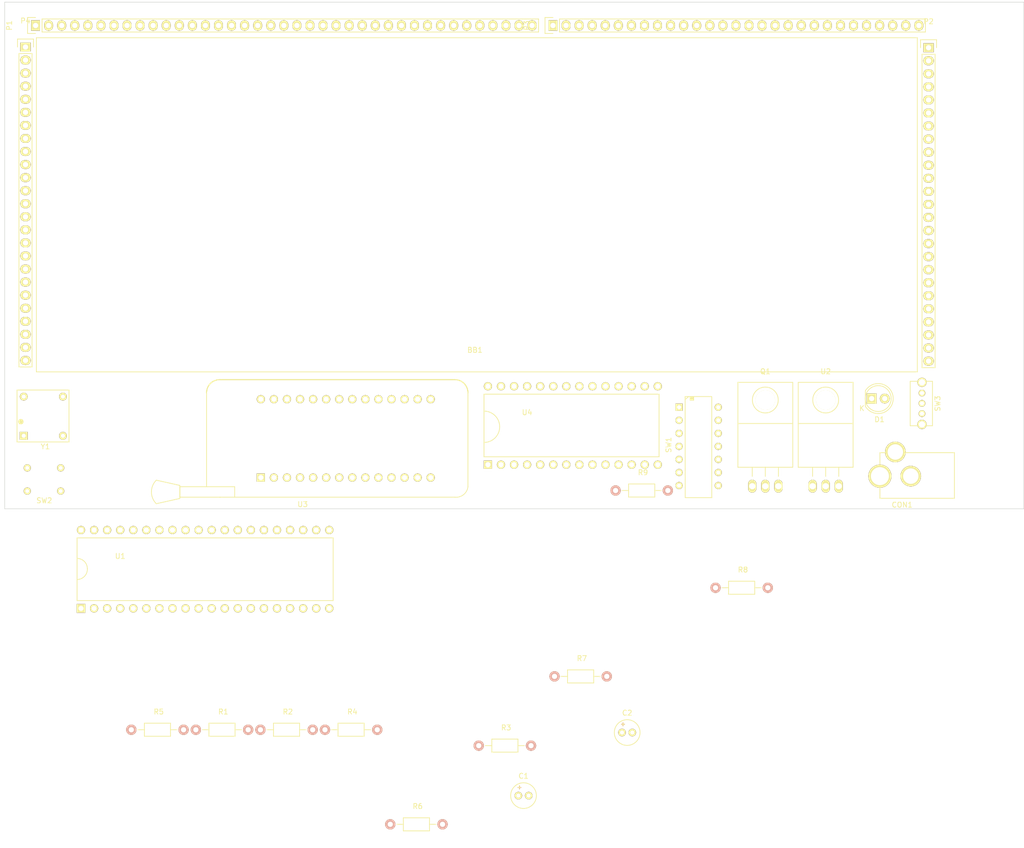
<source format=kicad_pcb>
(kicad_pcb (version 4) (host pcbnew "(2015-08-16 BZR 6097, Git b384c94)-product")

  (general
    (links 209)
    (no_connects 209)
    (area 41.021799 47.168599 239.246881 145.835841)
    (thickness 1.6)
    (drawings 5)
    (tracks 0)
    (zones 0)
    (modules 27)
    (nets 61)
  )

  (page A4)
  (layers
    (0 F.Cu signal)
    (31 B.Cu signal)
    (32 B.Adhes user)
    (33 F.Adhes user)
    (34 B.Paste user)
    (35 F.Paste user)
    (36 B.SilkS user)
    (37 F.SilkS user)
    (38 B.Mask user)
    (39 F.Mask user)
    (40 Dwgs.User user)
    (41 Cmts.User user)
    (42 Eco1.User user)
    (43 Eco2.User user)
    (44 Edge.Cuts user)
    (45 Margin user)
    (46 B.CrtYd user)
    (47 F.CrtYd user)
    (48 B.Fab user)
    (49 F.Fab user)
  )

  (setup
    (last_trace_width 0.25)
    (trace_clearance 0.2)
    (zone_clearance 0.508)
    (zone_45_only no)
    (trace_min 0.2)
    (segment_width 0.2)
    (edge_width 0.1)
    (via_size 0.6)
    (via_drill 0.4)
    (via_min_size 0.4)
    (via_min_drill 0.3)
    (uvia_size 0.3)
    (uvia_drill 0.1)
    (uvias_allowed no)
    (uvia_min_size 0.2)
    (uvia_min_drill 0.1)
    (pcb_text_width 0.3)
    (pcb_text_size 1.5 1.5)
    (mod_edge_width 0.15)
    (mod_text_size 1 1)
    (mod_text_width 0.15)
    (pad_size 1.5 1.5)
    (pad_drill 0.6)
    (pad_to_mask_clearance 0)
    (aux_axis_origin 0 0)
    (visible_elements FFFFF77F)
    (pcbplotparams
      (layerselection 0x00030_80000001)
      (usegerberextensions false)
      (excludeedgelayer true)
      (linewidth 0.100000)
      (plotframeref false)
      (viasonmask false)
      (mode 1)
      (useauxorigin false)
      (hpglpennumber 1)
      (hpglpenspeed 20)
      (hpglpendiameter 15)
      (hpglpenoverlay 2)
      (psnegative false)
      (psa4output false)
      (plotreference true)
      (plotvalue true)
      (plotinvisibletext false)
      (padsonsilk false)
      (subtractmaskfromsilk false)
      (outputformat 1)
      (mirror false)
      (drillshape 1)
      (scaleselection 1)
      (outputdirectory ""))
  )

  (net 0 "")
  (net 1 "Net-(C1-Pad1)")
  (net 2 GND)
  (net 3 VCC)
  (net 4 "Net-(CON1-Pad1)")
  (net 5 "Net-(CON1-Pad3)")
  (net 6 "Net-(D1-Pad1)")
  (net 7 /A0)
  (net 8 /A1)
  (net 9 /A2)
  (net 10 /A3)
  (net 11 /A4)
  (net 12 /A5)
  (net 13 /A6)
  (net 14 /A7)
  (net 15 /A8)
  (net 16 /A9)
  (net 17 /A10)
  (net 18 /A11)
  (net 19 /A12)
  (net 20 /A13)
  (net 21 /A14)
  (net 22 A15)
  (net 23 VPB)
  (net 24 RDY)
  (net 25 PHI1O)
  (net 26 IRQB)
  (net 27 MLB)
  (net 28 NMIB)
  (net 29 SYNC)
  (net 30 RESET)
  (net 31 PHI2O)
  (net 32 SOB)
  (net 33 CLOCK)
  (net 34 BE)
  (net 35 RWB)
  (net 36 /D0)
  (net 37 /D1)
  (net 38 /D2)
  (net 39 /D3)
  (net 40 /D4)
  (net 41 /D5)
  (net 42 /D6)
  (net 43 /D7)
  (net 44 ~RAM_WE)
  (net 45 ~RAM_OE)
  (net 46 ~RAM_CE)
  (net 47 ~ROM_WE)
  (net 48 ~ROM_OE)
  (net 49 ~ROM_CE)
  (net 50 "Net-(Q1-Pad3)")
  (net 51 "Net-(R1-Pad1)")
  (net 52 "Net-(R2-Pad1)")
  (net 53 "Net-(R3-Pad1)")
  (net 54 "Net-(R4-Pad1)")
  (net 55 "Net-(R5-Pad1)")
  (net 56 "Net-(R6-Pad1)")
  (net 57 "Net-(R7-Pad1)")
  (net 58 "Net-(R8-Pad2)")
  (net 59 "Net-(U1-Pad35)")
  (net 60 "Net-(Y1-Pad1)")

  (net_class Default "This is the default net class."
    (clearance 0.2)
    (trace_width 0.25)
    (via_dia 0.6)
    (via_drill 0.4)
    (uvia_dia 0.3)
    (uvia_drill 0.1)
    (add_net /A0)
    (add_net /A1)
    (add_net /A10)
    (add_net /A11)
    (add_net /A12)
    (add_net /A13)
    (add_net /A14)
    (add_net /A2)
    (add_net /A3)
    (add_net /A4)
    (add_net /A5)
    (add_net /A6)
    (add_net /A7)
    (add_net /A8)
    (add_net /A9)
    (add_net /D0)
    (add_net /D1)
    (add_net /D2)
    (add_net /D3)
    (add_net /D4)
    (add_net /D5)
    (add_net /D6)
    (add_net /D7)
    (add_net A15)
    (add_net BE)
    (add_net CLOCK)
    (add_net GND)
    (add_net IRQB)
    (add_net MLB)
    (add_net NMIB)
    (add_net "Net-(C1-Pad1)")
    (add_net "Net-(CON1-Pad1)")
    (add_net "Net-(CON1-Pad3)")
    (add_net "Net-(D1-Pad1)")
    (add_net "Net-(Q1-Pad3)")
    (add_net "Net-(R1-Pad1)")
    (add_net "Net-(R2-Pad1)")
    (add_net "Net-(R3-Pad1)")
    (add_net "Net-(R4-Pad1)")
    (add_net "Net-(R5-Pad1)")
    (add_net "Net-(R6-Pad1)")
    (add_net "Net-(R7-Pad1)")
    (add_net "Net-(R8-Pad2)")
    (add_net "Net-(U1-Pad35)")
    (add_net "Net-(Y1-Pad1)")
    (add_net PHI1O)
    (add_net PHI2O)
    (add_net RDY)
    (add_net RESET)
    (add_net RWB)
    (add_net SOB)
    (add_net SYNC)
    (add_net VCC)
    (add_net VPB)
    (add_net ~RAM_CE)
    (add_net ~RAM_OE)
    (add_net ~RAM_WE)
    (add_net ~ROM_CE)
    (add_net ~ROM_OE)
    (add_net ~ROM_WE)
  )

  (module 6502Footprints:BREADBOARD (layer F.Cu) (tedit 55F8D121) (tstamp 55F98145)
    (at 132.4864 91.6432)
    (path /55F9D0E3)
    (fp_text reference BB1 (at 0 23.25) (layer F.SilkS)
      (effects (font (size 1 1) (thickness 0.15)))
    )
    (fp_text value BREADBOARD (at 0 -24.75) (layer F.Fab)
      (effects (font (size 1 1) (thickness 0.15)))
    )
    (fp_line (start 86 27.5) (end 86 -37.5) (layer F.SilkS) (width 0.15))
    (fp_line (start 86 -37.5) (end 84.75 -37.5) (layer F.SilkS) (width 0.15))
    (fp_line (start -85.25 -37.5) (end 84.75 -37.5) (layer F.SilkS) (width 0.15))
    (fp_line (start -85.25 27.5) (end 86 27.5) (layer F.SilkS) (width 0.15))
    (fp_line (start -85.25 -37.5) (end -85.25 27.5) (layer F.SilkS) (width 0.15))
  )

  (module Capacitors_Elko_ThroughHole:Elko_vert_11x5mm_RM2 (layer F.Cu) (tedit 5454A250) (tstamp 55F9814B)
    (at 140.918961 201.5624)
    (descr "Electrolytic Capacitor, vertical, diameter 5mm, RM 2mm, radial,")
    (tags "Electrolytic Capacitor, vertical, diameter 5mm,  radial, RM 2mm, Elko, Electrolytkondensator, Kondensator gepolt, Durchmesser 5mm")
    (path /55F4E3B4)
    (fp_text reference C1 (at 1.016 -3.81) (layer F.SilkS)
      (effects (font (size 1 1) (thickness 0.15)))
    )
    (fp_text value 10uf (at 1.016 5.08) (layer F.Fab)
      (effects (font (size 1 1) (thickness 0.15)))
    )
    (fp_line (start 0.2159 -1.89992) (end 0.2159 -1.30048) (layer F.SilkS) (width 0.15))
    (fp_line (start -0.08382 -1.6002) (end 0.51562 -1.6002) (layer F.SilkS) (width 0.15))
    (fp_line (start 0.2159 -1.6002) (end 0.2159 -1.30048) (layer F.Cu) (width 0.15))
    (fp_line (start 0.2159 -1.6002) (end 0.51562 -1.6002) (layer F.Cu) (width 0.15))
    (fp_line (start -0.08382 -1.6002) (end 0.2159 -1.6002) (layer F.Cu) (width 0.15))
    (fp_line (start 0.2159 -1.6002) (end 0.2159 -1.89992) (layer F.Cu) (width 0.15))
    (fp_circle (center 1.016 0) (end 3.51536 0) (layer F.SilkS) (width 0.15))
    (pad 1 thru_hole circle (at 0.01524 0) (size 1.48082 1.48082) (drill 0.8001) (layers *.Cu *.Mask F.SilkS)
      (net 1 "Net-(C1-Pad1)"))
    (pad 2 thru_hole circle (at 2.01676 0) (size 1.48082 1.48082) (drill 0.8001) (layers *.Cu *.Mask F.SilkS)
      (net 2 GND))
    (model Capacitors_Elko_ThroughHole.3dshapes/Elko_vert_11x5mm_RM2.wrl
      (at (xyz 0 0 0))
      (scale (xyz 1 1 1))
      (rotate (xyz 0 0 0))
    )
  )

  (module Capacitors_Elko_ThroughHole:Elko_vert_11x5mm_RM2 (layer F.Cu) (tedit 5454A250) (tstamp 55F98151)
    (at 161.068961 189.2924)
    (descr "Electrolytic Capacitor, vertical, diameter 5mm, RM 2mm, radial,")
    (tags "Electrolytic Capacitor, vertical, diameter 5mm,  radial, RM 2mm, Elko, Electrolytkondensator, Kondensator gepolt, Durchmesser 5mm")
    (path /55F4E442)
    (fp_text reference C2 (at 1.016 -3.81) (layer F.SilkS)
      (effects (font (size 1 1) (thickness 0.15)))
    )
    (fp_text value 10uf (at 1.016 5.08) (layer F.Fab)
      (effects (font (size 1 1) (thickness 0.15)))
    )
    (fp_line (start 0.2159 -1.89992) (end 0.2159 -1.30048) (layer F.SilkS) (width 0.15))
    (fp_line (start -0.08382 -1.6002) (end 0.51562 -1.6002) (layer F.SilkS) (width 0.15))
    (fp_line (start 0.2159 -1.6002) (end 0.2159 -1.30048) (layer F.Cu) (width 0.15))
    (fp_line (start 0.2159 -1.6002) (end 0.51562 -1.6002) (layer F.Cu) (width 0.15))
    (fp_line (start -0.08382 -1.6002) (end 0.2159 -1.6002) (layer F.Cu) (width 0.15))
    (fp_line (start 0.2159 -1.6002) (end 0.2159 -1.89992) (layer F.Cu) (width 0.15))
    (fp_circle (center 1.016 0) (end 3.51536 0) (layer F.SilkS) (width 0.15))
    (pad 1 thru_hole circle (at 0.01524 0) (size 1.48082 1.48082) (drill 0.8001) (layers *.Cu *.Mask F.SilkS)
      (net 3 VCC))
    (pad 2 thru_hole circle (at 2.01676 0) (size 1.48082 1.48082) (drill 0.8001) (layers *.Cu *.Mask F.SilkS)
      (net 2 GND))
    (model Capacitors_Elko_ThroughHole.3dshapes/Elko_vert_11x5mm_RM2.wrl
      (at (xyz 0 0 0))
      (scale (xyz 1 1 1))
      (rotate (xyz 0 0 0))
    )
  )

  (module 6502Footprints:Barrel_Jack_PJ002A (layer F.Cu) (tedit 55F61091) (tstamp 55F9815C)
    (at 211.2137 139.4206)
    (path /55F8C14C)
    (fp_text reference CON1 (at 4.318 5.588) (layer F.SilkS)
      (effects (font (size 1 1) (thickness 0.15)))
    )
    (fp_text value BARREL_JACK (at 6.604 -7.62) (layer F.Fab)
      (effects (font (size 1 1) (thickness 0.15)))
    )
    (fp_line (start 0 4.318) (end 14.478 4.318) (layer F.SilkS) (width 0.15))
    (fp_line (start 14.478 4.318) (end 14.478 -4.572) (layer F.SilkS) (width 0.15))
    (fp_line (start 14.478 -4.572) (end 0 -4.572) (layer F.SilkS) (width 0.15))
    (fp_line (start 0 4.318) (end 0 -4.572) (layer F.SilkS) (width 0.15))
    (pad 1 thru_hole circle (at 0 0) (size 4.5 4.5) (drill 3.5) (layers *.Cu *.Mask F.SilkS)
      (net 4 "Net-(CON1-Pad1)"))
    (pad 2 thru_hole circle (at 6 0) (size 4 4) (drill 3) (layers *.Cu *.Mask F.SilkS)
      (net 2 GND))
    (pad 3 thru_hole circle (at 3 -4.7) (size 4 4) (drill 3) (layers *.Cu *.Mask F.SilkS)
      (net 5 "Net-(CON1-Pad3)"))
  )

  (module LEDs:LED-5MM (layer F.Cu) (tedit 5570F7EA) (tstamp 55F98162)
    (at 209.6135 124.333)
    (descr "LED 5mm round vertical")
    (tags "LED 5mm round vertical")
    (path /55F3FF89)
    (fp_text reference D1 (at 1.524 4.064) (layer F.SilkS)
      (effects (font (size 1 1) (thickness 0.15)))
    )
    (fp_text value LED (at 1.524 -3.937) (layer F.Fab)
      (effects (font (size 1 1) (thickness 0.15)))
    )
    (fp_line (start -1.5 -1.55) (end -1.5 1.55) (layer F.CrtYd) (width 0.05))
    (fp_arc (start 1.3 0) (end -1.5 1.55) (angle -302) (layer F.CrtYd) (width 0.05))
    (fp_arc (start 1.27 0) (end -1.23 -1.5) (angle 297.5) (layer F.SilkS) (width 0.15))
    (fp_line (start -1.23 1.5) (end -1.23 -1.5) (layer F.SilkS) (width 0.15))
    (fp_circle (center 1.27 0) (end 0.97 -2.5) (layer F.SilkS) (width 0.15))
    (fp_text user K (at -1.905 1.905) (layer F.SilkS)
      (effects (font (size 1 1) (thickness 0.15)))
    )
    (pad 1 thru_hole rect (at 0 0 90) (size 2 1.9) (drill 1.00076) (layers *.Cu *.Mask F.SilkS)
      (net 6 "Net-(D1-Pad1)"))
    (pad 2 thru_hole circle (at 2.54 0) (size 1.9 1.9) (drill 1.00076) (layers *.Cu *.Mask F.SilkS)
      (net 3 VCC))
    (model LEDs.3dshapes/LED-5MM.wrl
      (at (xyz 0.05 0 0))
      (scale (xyz 1 1 1))
      (rotate (xyz 0 0 90))
    )
  )

  (module Pin_Headers:Pin_Header_Straight_1x39 (layer F.Cu) (tedit 0) (tstamp 55F9818D)
    (at 47.0789 51.7652 90)
    (descr "Through hole pin header")
    (tags "pin header")
    (path /55F78C3D)
    (fp_text reference P1 (at 0 -5.1 90) (layer F.SilkS)
      (effects (font (size 1 1) (thickness 0.15)))
    )
    (fp_text value CONN_01X39 (at 0 -3.1 90) (layer F.Fab)
      (effects (font (size 1 1) (thickness 0.15)))
    )
    (fp_line (start -1.75 -1.75) (end -1.75 98.3) (layer F.CrtYd) (width 0.05))
    (fp_line (start 1.75 -1.75) (end 1.75 98.3) (layer F.CrtYd) (width 0.05))
    (fp_line (start -1.75 -1.75) (end 1.75 -1.75) (layer F.CrtYd) (width 0.05))
    (fp_line (start -1.75 98.3) (end 1.75 98.3) (layer F.CrtYd) (width 0.05))
    (fp_line (start -1.27 1.27) (end -1.27 97.79) (layer F.SilkS) (width 0.15))
    (fp_line (start -1.27 97.79) (end 1.27 97.79) (layer F.SilkS) (width 0.15))
    (fp_line (start 1.27 97.79) (end 1.27 1.27) (layer F.SilkS) (width 0.15))
    (fp_line (start 1.55 -1.55) (end 1.55 0) (layer F.SilkS) (width 0.15))
    (fp_line (start 1.27 1.27) (end -1.27 1.27) (layer F.SilkS) (width 0.15))
    (fp_line (start -1.55 0) (end -1.55 -1.55) (layer F.SilkS) (width 0.15))
    (fp_line (start -1.55 -1.55) (end 1.55 -1.55) (layer F.SilkS) (width 0.15))
    (pad 1 thru_hole rect (at 0 0 90) (size 2.032 1.7272) (drill 1.016) (layers *.Cu *.Mask F.SilkS)
      (net 7 /A0))
    (pad 2 thru_hole oval (at 0 2.54 90) (size 2.032 1.7272) (drill 1.016) (layers *.Cu *.Mask F.SilkS)
      (net 8 /A1))
    (pad 3 thru_hole oval (at 0 5.08 90) (size 2.032 1.7272) (drill 1.016) (layers *.Cu *.Mask F.SilkS)
      (net 9 /A2))
    (pad 4 thru_hole oval (at 0 7.62 90) (size 2.032 1.7272) (drill 1.016) (layers *.Cu *.Mask F.SilkS)
      (net 10 /A3))
    (pad 5 thru_hole oval (at 0 10.16 90) (size 2.032 1.7272) (drill 1.016) (layers *.Cu *.Mask F.SilkS)
      (net 11 /A4))
    (pad 6 thru_hole oval (at 0 12.7 90) (size 2.032 1.7272) (drill 1.016) (layers *.Cu *.Mask F.SilkS)
      (net 12 /A5))
    (pad 7 thru_hole oval (at 0 15.24 90) (size 2.032 1.7272) (drill 1.016) (layers *.Cu *.Mask F.SilkS)
      (net 13 /A6))
    (pad 8 thru_hole oval (at 0 17.78 90) (size 2.032 1.7272) (drill 1.016) (layers *.Cu *.Mask F.SilkS)
      (net 14 /A7))
    (pad 9 thru_hole oval (at 0 20.32 90) (size 2.032 1.7272) (drill 1.016) (layers *.Cu *.Mask F.SilkS)
      (net 15 /A8))
    (pad 10 thru_hole oval (at 0 22.86 90) (size 2.032 1.7272) (drill 1.016) (layers *.Cu *.Mask F.SilkS)
      (net 16 /A9))
    (pad 11 thru_hole oval (at 0 25.4 90) (size 2.032 1.7272) (drill 1.016) (layers *.Cu *.Mask F.SilkS)
      (net 17 /A10))
    (pad 12 thru_hole oval (at 0 27.94 90) (size 2.032 1.7272) (drill 1.016) (layers *.Cu *.Mask F.SilkS)
      (net 18 /A11))
    (pad 13 thru_hole oval (at 0 30.48 90) (size 2.032 1.7272) (drill 1.016) (layers *.Cu *.Mask F.SilkS)
      (net 19 /A12))
    (pad 14 thru_hole oval (at 0 33.02 90) (size 2.032 1.7272) (drill 1.016) (layers *.Cu *.Mask F.SilkS)
      (net 20 /A13))
    (pad 15 thru_hole oval (at 0 35.56 90) (size 2.032 1.7272) (drill 1.016) (layers *.Cu *.Mask F.SilkS)
      (net 21 /A14))
    (pad 16 thru_hole oval (at 0 38.1 90) (size 2.032 1.7272) (drill 1.016) (layers *.Cu *.Mask F.SilkS)
      (net 22 A15))
    (pad 17 thru_hole oval (at 0 40.64 90) (size 2.032 1.7272) (drill 1.016) (layers *.Cu *.Mask F.SilkS)
      (net 23 VPB))
    (pad 18 thru_hole oval (at 0 43.18 90) (size 2.032 1.7272) (drill 1.016) (layers *.Cu *.Mask F.SilkS)
      (net 24 RDY))
    (pad 19 thru_hole oval (at 0 45.72 90) (size 2.032 1.7272) (drill 1.016) (layers *.Cu *.Mask F.SilkS)
      (net 25 PHI1O))
    (pad 20 thru_hole oval (at 0 48.26 90) (size 2.032 1.7272) (drill 1.016) (layers *.Cu *.Mask F.SilkS)
      (net 26 IRQB))
    (pad 21 thru_hole oval (at 0 50.8 90) (size 2.032 1.7272) (drill 1.016) (layers *.Cu *.Mask F.SilkS)
      (net 27 MLB))
    (pad 22 thru_hole oval (at 0 53.34 90) (size 2.032 1.7272) (drill 1.016) (layers *.Cu *.Mask F.SilkS)
      (net 28 NMIB))
    (pad 23 thru_hole oval (at 0 55.88 90) (size 2.032 1.7272) (drill 1.016) (layers *.Cu *.Mask F.SilkS)
      (net 29 SYNC))
    (pad 24 thru_hole oval (at 0 58.42 90) (size 2.032 1.7272) (drill 1.016) (layers *.Cu *.Mask F.SilkS)
      (net 30 RESET))
    (pad 25 thru_hole oval (at 0 60.96 90) (size 2.032 1.7272) (drill 1.016) (layers *.Cu *.Mask F.SilkS)
      (net 31 PHI2O))
    (pad 26 thru_hole oval (at 0 63.5 90) (size 2.032 1.7272) (drill 1.016) (layers *.Cu *.Mask F.SilkS)
      (net 32 SOB))
    (pad 27 thru_hole oval (at 0 66.04 90) (size 2.032 1.7272) (drill 1.016) (layers *.Cu *.Mask F.SilkS)
      (net 33 CLOCK))
    (pad 28 thru_hole oval (at 0 68.58 90) (size 2.032 1.7272) (drill 1.016) (layers *.Cu *.Mask F.SilkS)
      (net 34 BE))
    (pad 29 thru_hole oval (at 0 71.12 90) (size 2.032 1.7272) (drill 1.016) (layers *.Cu *.Mask F.SilkS)
      (net 35 RWB))
    (pad 30 thru_hole oval (at 0 73.66 90) (size 2.032 1.7272) (drill 1.016) (layers *.Cu *.Mask F.SilkS)
      (net 2 GND))
    (pad 31 thru_hole oval (at 0 76.2 90) (size 2.032 1.7272) (drill 1.016) (layers *.Cu *.Mask F.SilkS)
      (net 3 VCC))
    (pad 32 thru_hole oval (at 0 78.74 90) (size 2.032 1.7272) (drill 1.016) (layers *.Cu *.Mask F.SilkS)
      (net 36 /D0))
    (pad 33 thru_hole oval (at 0 81.28 90) (size 2.032 1.7272) (drill 1.016) (layers *.Cu *.Mask F.SilkS)
      (net 37 /D1))
    (pad 34 thru_hole oval (at 0 83.82 90) (size 2.032 1.7272) (drill 1.016) (layers *.Cu *.Mask F.SilkS)
      (net 38 /D2))
    (pad 35 thru_hole oval (at 0 86.36 90) (size 2.032 1.7272) (drill 1.016) (layers *.Cu *.Mask F.SilkS)
      (net 39 /D3))
    (pad 36 thru_hole oval (at 0 88.9 90) (size 2.032 1.7272) (drill 1.016) (layers *.Cu *.Mask F.SilkS)
      (net 40 /D4))
    (pad 37 thru_hole oval (at 0 91.44 90) (size 2.032 1.7272) (drill 1.016) (layers *.Cu *.Mask F.SilkS)
      (net 41 /D5))
    (pad 38 thru_hole oval (at 0 93.98 90) (size 2.032 1.7272) (drill 1.016) (layers *.Cu *.Mask F.SilkS)
      (net 42 /D6))
    (pad 39 thru_hole oval (at 0 96.52 90) (size 2.032 1.7272) (drill 1.016) (layers *.Cu *.Mask F.SilkS)
      (net 43 /D7))
    (model Pin_Headers.3dshapes/Pin_Header_Straight_1x39.wrl
      (at (xyz 0 -1.9 0))
      (scale (xyz 1 1 1))
      (rotate (xyz 0 0 90))
    )
  )

  (module Pin_Headers:Pin_Header_Straight_1x25 (layer F.Cu) (tedit 0) (tstamp 55F981AA)
    (at 220.6752 56.0832)
    (descr "Through hole pin header")
    (tags "pin header")
    (path /55F3F524)
    (fp_text reference P2 (at 0 -5.1) (layer F.SilkS)
      (effects (font (size 1 1) (thickness 0.15)))
    )
    (fp_text value CONN_01X25 (at 0 -3.1) (layer F.Fab)
      (effects (font (size 1 1) (thickness 0.15)))
    )
    (fp_line (start -1.75 -1.75) (end -1.75 62.75) (layer F.CrtYd) (width 0.05))
    (fp_line (start 1.75 -1.75) (end 1.75 62.75) (layer F.CrtYd) (width 0.05))
    (fp_line (start -1.75 -1.75) (end 1.75 -1.75) (layer F.CrtYd) (width 0.05))
    (fp_line (start -1.75 62.75) (end 1.75 62.75) (layer F.CrtYd) (width 0.05))
    (fp_line (start -1.27 1.27) (end -1.27 62.23) (layer F.SilkS) (width 0.15))
    (fp_line (start -1.27 62.23) (end 1.27 62.23) (layer F.SilkS) (width 0.15))
    (fp_line (start 1.27 62.23) (end 1.27 1.27) (layer F.SilkS) (width 0.15))
    (fp_line (start 1.55 -1.55) (end 1.55 0) (layer F.SilkS) (width 0.15))
    (fp_line (start 1.27 1.27) (end -1.27 1.27) (layer F.SilkS) (width 0.15))
    (fp_line (start -1.55 0) (end -1.55 -1.55) (layer F.SilkS) (width 0.15))
    (fp_line (start -1.55 -1.55) (end 1.55 -1.55) (layer F.SilkS) (width 0.15))
    (pad 1 thru_hole rect (at 0 0) (size 2.032 1.7272) (drill 1.016) (layers *.Cu *.Mask F.SilkS)
      (net 3 VCC))
    (pad 2 thru_hole oval (at 0 2.54) (size 2.032 1.7272) (drill 1.016) (layers *.Cu *.Mask F.SilkS)
      (net 3 VCC))
    (pad 3 thru_hole oval (at 0 5.08) (size 2.032 1.7272) (drill 1.016) (layers *.Cu *.Mask F.SilkS)
      (net 3 VCC))
    (pad 4 thru_hole oval (at 0 7.62) (size 2.032 1.7272) (drill 1.016) (layers *.Cu *.Mask F.SilkS)
      (net 3 VCC))
    (pad 5 thru_hole oval (at 0 10.16) (size 2.032 1.7272) (drill 1.016) (layers *.Cu *.Mask F.SilkS)
      (net 3 VCC))
    (pad 6 thru_hole oval (at 0 12.7) (size 2.032 1.7272) (drill 1.016) (layers *.Cu *.Mask F.SilkS)
      (net 3 VCC))
    (pad 7 thru_hole oval (at 0 15.24) (size 2.032 1.7272) (drill 1.016) (layers *.Cu *.Mask F.SilkS)
      (net 2 GND))
    (pad 8 thru_hole oval (at 0 17.78) (size 2.032 1.7272) (drill 1.016) (layers *.Cu *.Mask F.SilkS)
      (net 2 GND))
    (pad 9 thru_hole oval (at 0 20.32) (size 2.032 1.7272) (drill 1.016) (layers *.Cu *.Mask F.SilkS)
      (net 2 GND))
    (pad 10 thru_hole oval (at 0 22.86) (size 2.032 1.7272) (drill 1.016) (layers *.Cu *.Mask F.SilkS)
      (net 2 GND))
    (pad 11 thru_hole oval (at 0 25.4) (size 2.032 1.7272) (drill 1.016) (layers *.Cu *.Mask F.SilkS)
      (net 2 GND))
    (pad 12 thru_hole oval (at 0 27.94) (size 2.032 1.7272) (drill 1.016) (layers *.Cu *.Mask F.SilkS)
      (net 44 ~RAM_WE))
    (pad 13 thru_hole oval (at 0 30.48) (size 2.032 1.7272) (drill 1.016) (layers *.Cu *.Mask F.SilkS)
      (net 45 ~RAM_OE))
    (pad 14 thru_hole oval (at 0 33.02) (size 2.032 1.7272) (drill 1.016) (layers *.Cu *.Mask F.SilkS)
      (net 46 ~RAM_CE))
    (pad 15 thru_hole oval (at 0 35.56) (size 2.032 1.7272) (drill 1.016) (layers *.Cu *.Mask F.SilkS)
      (net 47 ~ROM_WE))
    (pad 16 thru_hole oval (at 0 38.1) (size 2.032 1.7272) (drill 1.016) (layers *.Cu *.Mask F.SilkS)
      (net 48 ~ROM_OE))
    (pad 17 thru_hole oval (at 0 40.64) (size 2.032 1.7272) (drill 1.016) (layers *.Cu *.Mask F.SilkS)
      (net 49 ~ROM_CE))
    (pad 18 thru_hole oval (at 0 43.18) (size 2.032 1.7272) (drill 1.016) (layers *.Cu *.Mask F.SilkS)
      (net 36 /D0))
    (pad 19 thru_hole oval (at 0 45.72) (size 2.032 1.7272) (drill 1.016) (layers *.Cu *.Mask F.SilkS)
      (net 37 /D1))
    (pad 20 thru_hole oval (at 0 48.26) (size 2.032 1.7272) (drill 1.016) (layers *.Cu *.Mask F.SilkS)
      (net 38 /D2))
    (pad 21 thru_hole oval (at 0 50.8) (size 2.032 1.7272) (drill 1.016) (layers *.Cu *.Mask F.SilkS)
      (net 39 /D3))
    (pad 22 thru_hole oval (at 0 53.34) (size 2.032 1.7272) (drill 1.016) (layers *.Cu *.Mask F.SilkS)
      (net 40 /D4))
    (pad 23 thru_hole oval (at 0 55.88) (size 2.032 1.7272) (drill 1.016) (layers *.Cu *.Mask F.SilkS)
      (net 41 /D5))
    (pad 24 thru_hole oval (at 0 58.42) (size 2.032 1.7272) (drill 1.016) (layers *.Cu *.Mask F.SilkS)
      (net 42 /D6))
    (pad 25 thru_hole oval (at 0 60.96) (size 2.032 1.7272) (drill 1.016) (layers *.Cu *.Mask F.SilkS)
      (net 43 /D7))
    (model Pin_Headers.3dshapes/Pin_Header_Straight_1x25.wrl
      (at (xyz 0 -1.2 0))
      (scale (xyz 1 1 1))
      (rotate (xyz 0 0 90))
    )
  )

  (module Pin_Headers:Pin_Header_Straight_1x29 (layer F.Cu) (tedit 0) (tstamp 55F981CB)
    (at 147.6629 51.7652 90)
    (descr "Through hole pin header")
    (tags "pin header")
    (path /55F76446)
    (fp_text reference P3 (at 0 -5.1 90) (layer F.SilkS)
      (effects (font (size 1 1) (thickness 0.15)))
    )
    (fp_text value CONN_01X29 (at 0 -3.1 90) (layer F.Fab)
      (effects (font (size 1 1) (thickness 0.15)))
    )
    (fp_line (start -1.75 -1.75) (end -1.75 72.9) (layer F.CrtYd) (width 0.05))
    (fp_line (start 1.75 -1.75) (end 1.75 72.9) (layer F.CrtYd) (width 0.05))
    (fp_line (start -1.75 -1.75) (end 1.75 -1.75) (layer F.CrtYd) (width 0.05))
    (fp_line (start -1.75 72.9) (end 1.75 72.9) (layer F.CrtYd) (width 0.05))
    (fp_line (start -1.27 1.27) (end -1.27 72.39) (layer F.SilkS) (width 0.15))
    (fp_line (start -1.27 72.39) (end 1.27 72.39) (layer F.SilkS) (width 0.15))
    (fp_line (start 1.27 72.39) (end 1.27 1.27) (layer F.SilkS) (width 0.15))
    (fp_line (start 1.55 -1.55) (end 1.55 0) (layer F.SilkS) (width 0.15))
    (fp_line (start 1.27 1.27) (end -1.27 1.27) (layer F.SilkS) (width 0.15))
    (fp_line (start -1.55 0) (end -1.55 -1.55) (layer F.SilkS) (width 0.15))
    (fp_line (start -1.55 -1.55) (end 1.55 -1.55) (layer F.SilkS) (width 0.15))
    (pad 1 thru_hole rect (at 0 0 90) (size 2.032 1.7272) (drill 1.016) (layers *.Cu *.Mask F.SilkS)
      (net 7 /A0))
    (pad 2 thru_hole oval (at 0 2.54 90) (size 2.032 1.7272) (drill 1.016) (layers *.Cu *.Mask F.SilkS)
      (net 8 /A1))
    (pad 3 thru_hole oval (at 0 5.08 90) (size 2.032 1.7272) (drill 1.016) (layers *.Cu *.Mask F.SilkS)
      (net 9 /A2))
    (pad 4 thru_hole oval (at 0 7.62 90) (size 2.032 1.7272) (drill 1.016) (layers *.Cu *.Mask F.SilkS)
      (net 10 /A3))
    (pad 5 thru_hole oval (at 0 10.16 90) (size 2.032 1.7272) (drill 1.016) (layers *.Cu *.Mask F.SilkS)
      (net 11 /A4))
    (pad 6 thru_hole oval (at 0 12.7 90) (size 2.032 1.7272) (drill 1.016) (layers *.Cu *.Mask F.SilkS)
      (net 12 /A5))
    (pad 7 thru_hole oval (at 0 15.24 90) (size 2.032 1.7272) (drill 1.016) (layers *.Cu *.Mask F.SilkS)
      (net 13 /A6))
    (pad 8 thru_hole oval (at 0 17.78 90) (size 2.032 1.7272) (drill 1.016) (layers *.Cu *.Mask F.SilkS)
      (net 14 /A7))
    (pad 9 thru_hole oval (at 0 20.32 90) (size 2.032 1.7272) (drill 1.016) (layers *.Cu *.Mask F.SilkS)
      (net 15 /A8))
    (pad 10 thru_hole oval (at 0 22.86 90) (size 2.032 1.7272) (drill 1.016) (layers *.Cu *.Mask F.SilkS)
      (net 16 /A9))
    (pad 11 thru_hole oval (at 0 25.4 90) (size 2.032 1.7272) (drill 1.016) (layers *.Cu *.Mask F.SilkS)
      (net 17 /A10))
    (pad 12 thru_hole oval (at 0 27.94 90) (size 2.032 1.7272) (drill 1.016) (layers *.Cu *.Mask F.SilkS)
      (net 18 /A11))
    (pad 13 thru_hole oval (at 0 30.48 90) (size 2.032 1.7272) (drill 1.016) (layers *.Cu *.Mask F.SilkS)
      (net 19 /A12))
    (pad 14 thru_hole oval (at 0 33.02 90) (size 2.032 1.7272) (drill 1.016) (layers *.Cu *.Mask F.SilkS)
      (net 20 /A13))
    (pad 15 thru_hole oval (at 0 35.56 90) (size 2.032 1.7272) (drill 1.016) (layers *.Cu *.Mask F.SilkS)
      (net 21 /A14))
    (pad 16 thru_hole oval (at 0 38.1 90) (size 2.032 1.7272) (drill 1.016) (layers *.Cu *.Mask F.SilkS)
      (net 22 A15))
    (pad 17 thru_hole oval (at 0 40.64 90) (size 2.032 1.7272) (drill 1.016) (layers *.Cu *.Mask F.SilkS)
      (net 23 VPB))
    (pad 18 thru_hole oval (at 0 43.18 90) (size 2.032 1.7272) (drill 1.016) (layers *.Cu *.Mask F.SilkS)
      (net 24 RDY))
    (pad 19 thru_hole oval (at 0 45.72 90) (size 2.032 1.7272) (drill 1.016) (layers *.Cu *.Mask F.SilkS)
      (net 25 PHI1O))
    (pad 20 thru_hole oval (at 0 48.26 90) (size 2.032 1.7272) (drill 1.016) (layers *.Cu *.Mask F.SilkS)
      (net 26 IRQB))
    (pad 21 thru_hole oval (at 0 50.8 90) (size 2.032 1.7272) (drill 1.016) (layers *.Cu *.Mask F.SilkS)
      (net 27 MLB))
    (pad 22 thru_hole oval (at 0 53.34 90) (size 2.032 1.7272) (drill 1.016) (layers *.Cu *.Mask F.SilkS)
      (net 28 NMIB))
    (pad 23 thru_hole oval (at 0 55.88 90) (size 2.032 1.7272) (drill 1.016) (layers *.Cu *.Mask F.SilkS)
      (net 29 SYNC))
    (pad 24 thru_hole oval (at 0 58.42 90) (size 2.032 1.7272) (drill 1.016) (layers *.Cu *.Mask F.SilkS)
      (net 30 RESET))
    (pad 25 thru_hole oval (at 0 60.96 90) (size 2.032 1.7272) (drill 1.016) (layers *.Cu *.Mask F.SilkS)
      (net 31 PHI2O))
    (pad 26 thru_hole oval (at 0 63.5 90) (size 2.032 1.7272) (drill 1.016) (layers *.Cu *.Mask F.SilkS)
      (net 32 SOB))
    (pad 27 thru_hole oval (at 0 66.04 90) (size 2.032 1.7272) (drill 1.016) (layers *.Cu *.Mask F.SilkS)
      (net 33 CLOCK))
    (pad 28 thru_hole oval (at 0 68.58 90) (size 2.032 1.7272) (drill 1.016) (layers *.Cu *.Mask F.SilkS)
      (net 34 BE))
    (pad 29 thru_hole oval (at 0 71.12 90) (size 2.032 1.7272) (drill 1.016) (layers *.Cu *.Mask F.SilkS)
      (net 35 RWB))
    (model Pin_Headers.3dshapes/Pin_Header_Straight_1x29.wrl
      (at (xyz 0 -1.4 0))
      (scale (xyz 1 1 1))
      (rotate (xyz 0 0 90))
    )
  )

  (module Pin_Headers:Pin_Header_Straight_1x25 (layer F.Cu) (tedit 0) (tstamp 55F981E8)
    (at 45.1231 55.9562)
    (descr "Through hole pin header")
    (tags "pin header")
    (path /55F3B86B)
    (fp_text reference P4 (at 0 -5.1) (layer F.SilkS)
      (effects (font (size 1 1) (thickness 0.15)))
    )
    (fp_text value CONN_01X25 (at 0 -3.1) (layer F.Fab)
      (effects (font (size 1 1) (thickness 0.15)))
    )
    (fp_line (start -1.75 -1.75) (end -1.75 62.75) (layer F.CrtYd) (width 0.05))
    (fp_line (start 1.75 -1.75) (end 1.75 62.75) (layer F.CrtYd) (width 0.05))
    (fp_line (start -1.75 -1.75) (end 1.75 -1.75) (layer F.CrtYd) (width 0.05))
    (fp_line (start -1.75 62.75) (end 1.75 62.75) (layer F.CrtYd) (width 0.05))
    (fp_line (start -1.27 1.27) (end -1.27 62.23) (layer F.SilkS) (width 0.15))
    (fp_line (start -1.27 62.23) (end 1.27 62.23) (layer F.SilkS) (width 0.15))
    (fp_line (start 1.27 62.23) (end 1.27 1.27) (layer F.SilkS) (width 0.15))
    (fp_line (start 1.55 -1.55) (end 1.55 0) (layer F.SilkS) (width 0.15))
    (fp_line (start 1.27 1.27) (end -1.27 1.27) (layer F.SilkS) (width 0.15))
    (fp_line (start -1.55 0) (end -1.55 -1.55) (layer F.SilkS) (width 0.15))
    (fp_line (start -1.55 -1.55) (end 1.55 -1.55) (layer F.SilkS) (width 0.15))
    (pad 1 thru_hole rect (at 0 0) (size 2.032 1.7272) (drill 1.016) (layers *.Cu *.Mask F.SilkS)
      (net 3 VCC))
    (pad 2 thru_hole oval (at 0 2.54) (size 2.032 1.7272) (drill 1.016) (layers *.Cu *.Mask F.SilkS)
      (net 3 VCC))
    (pad 3 thru_hole oval (at 0 5.08) (size 2.032 1.7272) (drill 1.016) (layers *.Cu *.Mask F.SilkS)
      (net 3 VCC))
    (pad 4 thru_hole oval (at 0 7.62) (size 2.032 1.7272) (drill 1.016) (layers *.Cu *.Mask F.SilkS)
      (net 3 VCC))
    (pad 5 thru_hole oval (at 0 10.16) (size 2.032 1.7272) (drill 1.016) (layers *.Cu *.Mask F.SilkS)
      (net 3 VCC))
    (pad 6 thru_hole oval (at 0 12.7) (size 2.032 1.7272) (drill 1.016) (layers *.Cu *.Mask F.SilkS)
      (net 2 GND))
    (pad 7 thru_hole oval (at 0 15.24) (size 2.032 1.7272) (drill 1.016) (layers *.Cu *.Mask F.SilkS)
      (net 2 GND))
    (pad 8 thru_hole oval (at 0 17.78) (size 2.032 1.7272) (drill 1.016) (layers *.Cu *.Mask F.SilkS)
      (net 2 GND))
    (pad 9 thru_hole oval (at 0 20.32) (size 2.032 1.7272) (drill 1.016) (layers *.Cu *.Mask F.SilkS)
      (net 2 GND))
    (pad 10 thru_hole oval (at 0 22.86) (size 2.032 1.7272) (drill 1.016) (layers *.Cu *.Mask F.SilkS)
      (net 2 GND))
    (pad 11 thru_hole oval (at 0 25.4) (size 2.032 1.7272) (drill 1.016) (layers *.Cu *.Mask F.SilkS)
      (net 44 ~RAM_WE))
    (pad 12 thru_hole oval (at 0 27.94) (size 2.032 1.7272) (drill 1.016) (layers *.Cu *.Mask F.SilkS)
      (net 45 ~RAM_OE))
    (pad 13 thru_hole oval (at 0 30.48) (size 2.032 1.7272) (drill 1.016) (layers *.Cu *.Mask F.SilkS)
      (net 46 ~RAM_CE))
    (pad 14 thru_hole oval (at 0 33.02) (size 2.032 1.7272) (drill 1.016) (layers *.Cu *.Mask F.SilkS)
      (net 47 ~ROM_WE))
    (pad 15 thru_hole oval (at 0 35.56) (size 2.032 1.7272) (drill 1.016) (layers *.Cu *.Mask F.SilkS)
      (net 48 ~ROM_OE))
    (pad 16 thru_hole oval (at 0 38.1) (size 2.032 1.7272) (drill 1.016) (layers *.Cu *.Mask F.SilkS)
      (net 49 ~ROM_CE))
    (pad 17 thru_hole oval (at 0 40.64) (size 2.032 1.7272) (drill 1.016) (layers *.Cu *.Mask F.SilkS)
      (net 3 VCC))
    (pad 18 thru_hole oval (at 0 43.18) (size 2.032 1.7272) (drill 1.016) (layers *.Cu *.Mask F.SilkS)
      (net 3 VCC))
    (pad 19 thru_hole oval (at 0 45.72) (size 2.032 1.7272) (drill 1.016) (layers *.Cu *.Mask F.SilkS)
      (net 3 VCC))
    (pad 20 thru_hole oval (at 0 48.26) (size 2.032 1.7272) (drill 1.016) (layers *.Cu *.Mask F.SilkS)
      (net 3 VCC))
    (pad 21 thru_hole oval (at 0 50.8) (size 2.032 1.7272) (drill 1.016) (layers *.Cu *.Mask F.SilkS)
      (net 3 VCC))
    (pad 22 thru_hole oval (at 0 53.34) (size 2.032 1.7272) (drill 1.016) (layers *.Cu *.Mask F.SilkS)
      (net 2 GND))
    (pad 23 thru_hole oval (at 0 55.88) (size 2.032 1.7272) (drill 1.016) (layers *.Cu *.Mask F.SilkS)
      (net 2 GND))
    (pad 24 thru_hole oval (at 0 58.42) (size 2.032 1.7272) (drill 1.016) (layers *.Cu *.Mask F.SilkS)
      (net 2 GND))
    (pad 25 thru_hole oval (at 0 60.96) (size 2.032 1.7272) (drill 1.016) (layers *.Cu *.Mask F.SilkS)
      (net 2 GND))
    (model Pin_Headers.3dshapes/Pin_Header_Straight_1x25.wrl
      (at (xyz 0 -1.2 0))
      (scale (xyz 1 1 1))
      (rotate (xyz 0 0 90))
    )
  )

  (module 6502Footprints:FQP47P06_P_Mosfet (layer F.Cu) (tedit 55F808BA) (tstamp 55F981FC)
    (at 188.9379 141.3764)
    (descr "TO-220, Neutral, Horizontal,")
    (tags "TO-220, Neutral, Horizontal,")
    (path /55F5F868)
    (fp_text reference Q1 (at 0 -22.3012) (layer F.SilkS)
      (effects (font (size 1 1) (thickness 0.15)))
    )
    (fp_text value "P_MOSFET FQP47P06" (at -0.29972 3.44932) (layer F.Fab)
      (effects (font (size 1 1) (thickness 0.15)))
    )
    (fp_circle (center 0 -16.764) (end 1.778 -14.986) (layer F.SilkS) (width 0.15))
    (fp_line (start -2.54 -3.683) (end -2.54 -1.905) (layer F.SilkS) (width 0.15))
    (fp_line (start 0 -3.683) (end 0 -1.905) (layer F.SilkS) (width 0.15))
    (fp_line (start 2.54 -3.683) (end 2.54 -1.905) (layer F.SilkS) (width 0.15))
    (fp_line (start 5.334 -12.192) (end 5.334 -20.193) (layer F.SilkS) (width 0.15))
    (fp_line (start 5.334 -20.193) (end -5.334 -20.193) (layer F.SilkS) (width 0.15))
    (fp_line (start -5.334 -20.193) (end -5.334 -12.192) (layer F.SilkS) (width 0.15))
    (fp_line (start 5.334 -3.683) (end 5.334 -12.192) (layer F.SilkS) (width 0.15))
    (fp_line (start 5.334 -12.192) (end -5.334 -12.192) (layer F.SilkS) (width 0.15))
    (fp_line (start -5.334 -12.192) (end -5.334 -3.683) (layer F.SilkS) (width 0.15))
    (fp_line (start 0 -3.683) (end -5.334 -3.683) (layer F.SilkS) (width 0.15))
    (fp_line (start 0 -3.683) (end 5.334 -3.683) (layer F.SilkS) (width 0.15))
    (pad 2 thru_hole oval (at 0 0 90) (size 2.5 1.6) (drill 1.2) (layers *.Cu *.Mask F.SilkS)
      (net 4 "Net-(CON1-Pad1)"))
    (pad 1 thru_hole oval (at -2.54 0 90) (size 2.5 1.6) (drill 1.2) (layers *.Cu *.Mask F.SilkS)
      (net 2 GND))
    (pad 3 thru_hole oval (at 2.54 0 90) (size 2.5 1.6) (drill 1.2) (layers *.Cu *.Mask F.SilkS)
      (net 50 "Net-(Q1-Pad3)"))
    (pad "" np_thru_hole circle (at 0 -16.764 90) (size 3.79984 3.79984) (drill 3.79984) (layers *.Cu *.Mask F.SilkS))
    (model TO_SOT_Packages_THT.3dshapes/TO-220_Neutral123_Horizontal.wrl
      (at (xyz 0 0 0))
      (scale (xyz 0.3937 0.3937 0.3937))
      (rotate (xyz 0 0 0))
    )
  )

  (module Resistors_ThroughHole:Resistor_Horizontal_RM10mm (layer F.Cu) (tedit 53F56209) (tstamp 55F98202)
    (at 83.32009 188.75252)
    (descr "Resistor, Axial,  RM 10mm, 1/3W,")
    (tags "Resistor, Axial, RM 10mm, 1/3W,")
    (path /55F3790E)
    (fp_text reference R1 (at 0.24892 -3.50012) (layer F.SilkS)
      (effects (font (size 1 1) (thickness 0.15)))
    )
    (fp_text value 3.3k (at 3.81 3.81) (layer F.Fab)
      (effects (font (size 1 1) (thickness 0.15)))
    )
    (fp_line (start -2.54 -1.27) (end 2.54 -1.27) (layer F.SilkS) (width 0.15))
    (fp_line (start 2.54 -1.27) (end 2.54 1.27) (layer F.SilkS) (width 0.15))
    (fp_line (start 2.54 1.27) (end -2.54 1.27) (layer F.SilkS) (width 0.15))
    (fp_line (start -2.54 1.27) (end -2.54 -1.27) (layer F.SilkS) (width 0.15))
    (fp_line (start -2.54 0) (end -3.81 0) (layer F.SilkS) (width 0.15))
    (fp_line (start 2.54 0) (end 3.81 0) (layer F.SilkS) (width 0.15))
    (pad 1 thru_hole circle (at -5.08 0) (size 1.99898 1.99898) (drill 1.00076) (layers *.Cu *.SilkS *.Mask)
      (net 51 "Net-(R1-Pad1)"))
    (pad 2 thru_hole circle (at 5.08 0) (size 1.99898 1.99898) (drill 1.00076) (layers *.Cu *.SilkS *.Mask)
      (net 3 VCC))
    (model Resistors_ThroughHole.3dshapes/Resistor_Horizontal_RM10mm.wrl
      (at (xyz 0 0 0))
      (scale (xyz 0.4 0.4 0.4))
      (rotate (xyz 0 0 0))
    )
  )

  (module Resistors_ThroughHole:Resistor_Horizontal_RM10mm (layer F.Cu) (tedit 53F56209) (tstamp 55F98208)
    (at 95.87009 188.75252)
    (descr "Resistor, Axial,  RM 10mm, 1/3W,")
    (tags "Resistor, Axial, RM 10mm, 1/3W,")
    (path /55F3796F)
    (fp_text reference R2 (at 0.24892 -3.50012) (layer F.SilkS)
      (effects (font (size 1 1) (thickness 0.15)))
    )
    (fp_text value 3.3k (at 3.81 3.81) (layer F.Fab)
      (effects (font (size 1 1) (thickness 0.15)))
    )
    (fp_line (start -2.54 -1.27) (end 2.54 -1.27) (layer F.SilkS) (width 0.15))
    (fp_line (start 2.54 -1.27) (end 2.54 1.27) (layer F.SilkS) (width 0.15))
    (fp_line (start 2.54 1.27) (end -2.54 1.27) (layer F.SilkS) (width 0.15))
    (fp_line (start -2.54 1.27) (end -2.54 -1.27) (layer F.SilkS) (width 0.15))
    (fp_line (start -2.54 0) (end -3.81 0) (layer F.SilkS) (width 0.15))
    (fp_line (start 2.54 0) (end 3.81 0) (layer F.SilkS) (width 0.15))
    (pad 1 thru_hole circle (at -5.08 0) (size 1.99898 1.99898) (drill 1.00076) (layers *.Cu *.SilkS *.Mask)
      (net 52 "Net-(R2-Pad1)"))
    (pad 2 thru_hole circle (at 5.08 0) (size 1.99898 1.99898) (drill 1.00076) (layers *.Cu *.SilkS *.Mask)
      (net 3 VCC))
    (model Resistors_ThroughHole.3dshapes/Resistor_Horizontal_RM10mm.wrl
      (at (xyz 0 0 0))
      (scale (xyz 0.4 0.4 0.4))
      (rotate (xyz 0 0 0))
    )
  )

  (module Resistors_ThroughHole:Resistor_Horizontal_RM10mm (layer F.Cu) (tedit 53F56209) (tstamp 55F9820E)
    (at 138.31009 191.84252)
    (descr "Resistor, Axial,  RM 10mm, 1/3W,")
    (tags "Resistor, Axial, RM 10mm, 1/3W,")
    (path /55F379C9)
    (fp_text reference R3 (at 0.24892 -3.50012) (layer F.SilkS)
      (effects (font (size 1 1) (thickness 0.15)))
    )
    (fp_text value 3.3k (at 3.81 3.81) (layer F.Fab)
      (effects (font (size 1 1) (thickness 0.15)))
    )
    (fp_line (start -2.54 -1.27) (end 2.54 -1.27) (layer F.SilkS) (width 0.15))
    (fp_line (start 2.54 -1.27) (end 2.54 1.27) (layer F.SilkS) (width 0.15))
    (fp_line (start 2.54 1.27) (end -2.54 1.27) (layer F.SilkS) (width 0.15))
    (fp_line (start -2.54 1.27) (end -2.54 -1.27) (layer F.SilkS) (width 0.15))
    (fp_line (start -2.54 0) (end -3.81 0) (layer F.SilkS) (width 0.15))
    (fp_line (start 2.54 0) (end 3.81 0) (layer F.SilkS) (width 0.15))
    (pad 1 thru_hole circle (at -5.08 0) (size 1.99898 1.99898) (drill 1.00076) (layers *.Cu *.SilkS *.Mask)
      (net 53 "Net-(R3-Pad1)"))
    (pad 2 thru_hole circle (at 5.08 0) (size 1.99898 1.99898) (drill 1.00076) (layers *.Cu *.SilkS *.Mask)
      (net 3 VCC))
    (model Resistors_ThroughHole.3dshapes/Resistor_Horizontal_RM10mm.wrl
      (at (xyz 0 0 0))
      (scale (xyz 0.4 0.4 0.4))
      (rotate (xyz 0 0 0))
    )
  )

  (module Resistors_ThroughHole:Resistor_Horizontal_RM10mm (layer F.Cu) (tedit 53F56209) (tstamp 55F98214)
    (at 108.42009 188.75252)
    (descr "Resistor, Axial,  RM 10mm, 1/3W,")
    (tags "Resistor, Axial, RM 10mm, 1/3W,")
    (path /55F37A0A)
    (fp_text reference R4 (at 0.24892 -3.50012) (layer F.SilkS)
      (effects (font (size 1 1) (thickness 0.15)))
    )
    (fp_text value 3.3k (at 3.81 3.81) (layer F.Fab)
      (effects (font (size 1 1) (thickness 0.15)))
    )
    (fp_line (start -2.54 -1.27) (end 2.54 -1.27) (layer F.SilkS) (width 0.15))
    (fp_line (start 2.54 -1.27) (end 2.54 1.27) (layer F.SilkS) (width 0.15))
    (fp_line (start 2.54 1.27) (end -2.54 1.27) (layer F.SilkS) (width 0.15))
    (fp_line (start -2.54 1.27) (end -2.54 -1.27) (layer F.SilkS) (width 0.15))
    (fp_line (start -2.54 0) (end -3.81 0) (layer F.SilkS) (width 0.15))
    (fp_line (start 2.54 0) (end 3.81 0) (layer F.SilkS) (width 0.15))
    (pad 1 thru_hole circle (at -5.08 0) (size 1.99898 1.99898) (drill 1.00076) (layers *.Cu *.SilkS *.Mask)
      (net 54 "Net-(R4-Pad1)"))
    (pad 2 thru_hole circle (at 5.08 0) (size 1.99898 1.99898) (drill 1.00076) (layers *.Cu *.SilkS *.Mask)
      (net 3 VCC))
    (model Resistors_ThroughHole.3dshapes/Resistor_Horizontal_RM10mm.wrl
      (at (xyz 0 0 0))
      (scale (xyz 0.4 0.4 0.4))
      (rotate (xyz 0 0 0))
    )
  )

  (module Resistors_ThroughHole:Resistor_Horizontal_RM10mm (layer F.Cu) (tedit 53F56209) (tstamp 55F9821A)
    (at 70.77009 188.75252)
    (descr "Resistor, Axial,  RM 10mm, 1/3W,")
    (tags "Resistor, Axial, RM 10mm, 1/3W,")
    (path /55F37A4A)
    (fp_text reference R5 (at 0.24892 -3.50012) (layer F.SilkS)
      (effects (font (size 1 1) (thickness 0.15)))
    )
    (fp_text value 3.3k (at 3.81 3.81) (layer F.Fab)
      (effects (font (size 1 1) (thickness 0.15)))
    )
    (fp_line (start -2.54 -1.27) (end 2.54 -1.27) (layer F.SilkS) (width 0.15))
    (fp_line (start 2.54 -1.27) (end 2.54 1.27) (layer F.SilkS) (width 0.15))
    (fp_line (start 2.54 1.27) (end -2.54 1.27) (layer F.SilkS) (width 0.15))
    (fp_line (start -2.54 1.27) (end -2.54 -1.27) (layer F.SilkS) (width 0.15))
    (fp_line (start -2.54 0) (end -3.81 0) (layer F.SilkS) (width 0.15))
    (fp_line (start 2.54 0) (end 3.81 0) (layer F.SilkS) (width 0.15))
    (pad 1 thru_hole circle (at -5.08 0) (size 1.99898 1.99898) (drill 1.00076) (layers *.Cu *.SilkS *.Mask)
      (net 55 "Net-(R5-Pad1)"))
    (pad 2 thru_hole circle (at 5.08 0) (size 1.99898 1.99898) (drill 1.00076) (layers *.Cu *.SilkS *.Mask)
      (net 3 VCC))
    (model Resistors_ThroughHole.3dshapes/Resistor_Horizontal_RM10mm.wrl
      (at (xyz 0 0 0))
      (scale (xyz 0.4 0.4 0.4))
      (rotate (xyz 0 0 0))
    )
  )

  (module Resistors_ThroughHole:Resistor_Horizontal_RM10mm (layer F.Cu) (tedit 53F56209) (tstamp 55F98220)
    (at 121.11009 207.14252)
    (descr "Resistor, Axial,  RM 10mm, 1/3W,")
    (tags "Resistor, Axial, RM 10mm, 1/3W,")
    (path /55F37A8D)
    (fp_text reference R6 (at 0.24892 -3.50012) (layer F.SilkS)
      (effects (font (size 1 1) (thickness 0.15)))
    )
    (fp_text value 3.3k (at 3.81 3.81) (layer F.Fab)
      (effects (font (size 1 1) (thickness 0.15)))
    )
    (fp_line (start -2.54 -1.27) (end 2.54 -1.27) (layer F.SilkS) (width 0.15))
    (fp_line (start 2.54 -1.27) (end 2.54 1.27) (layer F.SilkS) (width 0.15))
    (fp_line (start 2.54 1.27) (end -2.54 1.27) (layer F.SilkS) (width 0.15))
    (fp_line (start -2.54 1.27) (end -2.54 -1.27) (layer F.SilkS) (width 0.15))
    (fp_line (start -2.54 0) (end -3.81 0) (layer F.SilkS) (width 0.15))
    (fp_line (start 2.54 0) (end 3.81 0) (layer F.SilkS) (width 0.15))
    (pad 1 thru_hole circle (at -5.08 0) (size 1.99898 1.99898) (drill 1.00076) (layers *.Cu *.SilkS *.Mask)
      (net 56 "Net-(R6-Pad1)"))
    (pad 2 thru_hole circle (at 5.08 0) (size 1.99898 1.99898) (drill 1.00076) (layers *.Cu *.SilkS *.Mask)
      (net 3 VCC))
    (model Resistors_ThroughHole.3dshapes/Resistor_Horizontal_RM10mm.wrl
      (at (xyz 0 0 0))
      (scale (xyz 0.4 0.4 0.4))
      (rotate (xyz 0 0 0))
    )
  )

  (module Resistors_ThroughHole:Resistor_Horizontal_RM10mm (layer F.Cu) (tedit 53F56209) (tstamp 55F98226)
    (at 153.04009 178.37252)
    (descr "Resistor, Axial,  RM 10mm, 1/3W,")
    (tags "Resistor, Axial, RM 10mm, 1/3W,")
    (path /55F37AD3)
    (fp_text reference R7 (at 0.24892 -3.50012) (layer F.SilkS)
      (effects (font (size 1 1) (thickness 0.15)))
    )
    (fp_text value 3.3k (at 3.81 3.81) (layer F.Fab)
      (effects (font (size 1 1) (thickness 0.15)))
    )
    (fp_line (start -2.54 -1.27) (end 2.54 -1.27) (layer F.SilkS) (width 0.15))
    (fp_line (start 2.54 -1.27) (end 2.54 1.27) (layer F.SilkS) (width 0.15))
    (fp_line (start 2.54 1.27) (end -2.54 1.27) (layer F.SilkS) (width 0.15))
    (fp_line (start -2.54 1.27) (end -2.54 -1.27) (layer F.SilkS) (width 0.15))
    (fp_line (start -2.54 0) (end -3.81 0) (layer F.SilkS) (width 0.15))
    (fp_line (start 2.54 0) (end 3.81 0) (layer F.SilkS) (width 0.15))
    (pad 1 thru_hole circle (at -5.08 0) (size 1.99898 1.99898) (drill 1.00076) (layers *.Cu *.SilkS *.Mask)
      (net 57 "Net-(R7-Pad1)"))
    (pad 2 thru_hole circle (at 5.08 0) (size 1.99898 1.99898) (drill 1.00076) (layers *.Cu *.SilkS *.Mask)
      (net 3 VCC))
    (model Resistors_ThroughHole.3dshapes/Resistor_Horizontal_RM10mm.wrl
      (at (xyz 0 0 0))
      (scale (xyz 0.4 0.4 0.4))
      (rotate (xyz 0 0 0))
    )
  )

  (module Resistors_ThroughHole:Resistor_Horizontal_RM10mm (layer F.Cu) (tedit 53F56209) (tstamp 55F9822C)
    (at 184.34009 161.13252)
    (descr "Resistor, Axial,  RM 10mm, 1/3W,")
    (tags "Resistor, Axial, RM 10mm, 1/3W,")
    (path /55F1D673)
    (fp_text reference R8 (at 0.24892 -3.50012) (layer F.SilkS)
      (effects (font (size 1 1) (thickness 0.15)))
    )
    (fp_text value 3.3k (at 3.81 3.81) (layer F.Fab)
      (effects (font (size 1 1) (thickness 0.15)))
    )
    (fp_line (start -2.54 -1.27) (end 2.54 -1.27) (layer F.SilkS) (width 0.15))
    (fp_line (start 2.54 -1.27) (end 2.54 1.27) (layer F.SilkS) (width 0.15))
    (fp_line (start 2.54 1.27) (end -2.54 1.27) (layer F.SilkS) (width 0.15))
    (fp_line (start -2.54 1.27) (end -2.54 -1.27) (layer F.SilkS) (width 0.15))
    (fp_line (start -2.54 0) (end -3.81 0) (layer F.SilkS) (width 0.15))
    (fp_line (start 2.54 0) (end 3.81 0) (layer F.SilkS) (width 0.15))
    (pad 1 thru_hole circle (at -5.08 0) (size 1.99898 1.99898) (drill 1.00076) (layers *.Cu *.SilkS *.Mask)
      (net 30 RESET))
    (pad 2 thru_hole circle (at 5.08 0) (size 1.99898 1.99898) (drill 1.00076) (layers *.Cu *.SilkS *.Mask)
      (net 58 "Net-(R8-Pad2)"))
    (model Resistors_ThroughHole.3dshapes/Resistor_Horizontal_RM10mm.wrl
      (at (xyz 0 0 0))
      (scale (xyz 0.4 0.4 0.4))
      (rotate (xyz 0 0 0))
    )
  )

  (module Resistors_ThroughHole:Resistor_Horizontal_RM10mm (layer F.Cu) (tedit 53F56209) (tstamp 55F98232)
    (at 164.9095 142.2146)
    (descr "Resistor, Axial,  RM 10mm, 1/3W,")
    (tags "Resistor, Axial, RM 10mm, 1/3W,")
    (path /55F4F382)
    (fp_text reference R9 (at 0.24892 -3.50012) (layer F.SilkS)
      (effects (font (size 1 1) (thickness 0.15)))
    )
    (fp_text value 330 (at 3.81 3.81) (layer F.Fab)
      (effects (font (size 1 1) (thickness 0.15)))
    )
    (fp_line (start -2.54 -1.27) (end 2.54 -1.27) (layer F.SilkS) (width 0.15))
    (fp_line (start 2.54 -1.27) (end 2.54 1.27) (layer F.SilkS) (width 0.15))
    (fp_line (start 2.54 1.27) (end -2.54 1.27) (layer F.SilkS) (width 0.15))
    (fp_line (start -2.54 1.27) (end -2.54 -1.27) (layer F.SilkS) (width 0.15))
    (fp_line (start -2.54 0) (end -3.81 0) (layer F.SilkS) (width 0.15))
    (fp_line (start 2.54 0) (end 3.81 0) (layer F.SilkS) (width 0.15))
    (pad 1 thru_hole circle (at -5.08 0) (size 1.99898 1.99898) (drill 1.00076) (layers *.Cu *.SilkS *.Mask)
      (net 6 "Net-(D1-Pad1)"))
    (pad 2 thru_hole circle (at 5.08 0) (size 1.99898 1.99898) (drill 1.00076) (layers *.Cu *.SilkS *.Mask)
      (net 2 GND))
    (model Resistors_ThroughHole.3dshapes/Resistor_Horizontal_RM10mm.wrl
      (at (xyz 0 0 0))
      (scale (xyz 0.4 0.4 0.4))
      (rotate (xyz 0 0 0))
    )
  )

  (module 6502Footprints:209-210_7_POS_DIP_SWITCH (layer F.Cu) (tedit 55F96E27) (tstamp 55F98258)
    (at 172.1739 126.0094 270)
    (path /55F365C1)
    (fp_text reference SW1 (at 7.3406 2.032 270) (layer F.SilkS)
      (effects (font (size 1 1) (thickness 0.15)))
    )
    (fp_text value DIPS_07 (at 7.6073 -9.3472 270) (layer F.Fab)
      (effects (font (size 1 1) (thickness 0.15)))
    )
    (fp_line (start -1.4859 -2.794) (end -1.4859 -2.2733) (layer F.SilkS) (width 0.15))
    (fp_line (start -1.4859 -2.2733) (end -1.5875 -2.7432) (layer F.SilkS) (width 0.15))
    (fp_line (start -1.5875 -2.7432) (end -1.5875 -2.2352) (layer F.SilkS) (width 0.15))
    (fp_line (start -1.5875 -2.2352) (end -1.7018 -2.7178) (layer F.SilkS) (width 0.15))
    (fp_line (start -1.7018 -2.7178) (end -1.7018 -2.2987) (layer F.SilkS) (width 0.15))
    (fp_line (start -1.7018 -2.2987) (end -1.8161 -2.7178) (layer F.SilkS) (width 0.15))
    (fp_line (start -1.8161 -2.7178) (end -1.8161 -2.2733) (layer F.SilkS) (width 0.15))
    (fp_line (start -1.8161 -2.2733) (end -1.9304 -2.7178) (layer F.SilkS) (width 0.15))
    (fp_line (start -1.9304 -2.7178) (end -1.9304 -2.2987) (layer F.SilkS) (width 0.15))
    (fp_line (start -1.9304 -2.2987) (end -1.9812 -2.3241) (layer F.SilkS) (width 0.15))
    (fp_line (start -1.9812 -2.3241) (end -1.9304 -2.3241) (layer F.SilkS) (width 0.15))
    (fp_line (start -2.0447 -2.159) (end -1.3716 -2.159) (layer F.SilkS) (width 0.15))
    (fp_line (start -1.3716 -2.159) (end -1.3716 -2.8321) (layer F.SilkS) (width 0.15))
    (fp_line (start -1.3716 -2.8321) (end -2.0701 -2.8321) (layer F.SilkS) (width 0.15))
    (fp_line (start -1.5113 -1.2065) (end -2.0701 -1.8542) (layer F.SilkS) (width 0.15))
    (fp_line (start -2.0701 -1.1811) (end -2.0701 -6.3246) (layer F.SilkS) (width 0.15))
    (fp_line (start 17.5895 -1.1938) (end 17.5895 -6.3754) (layer F.SilkS) (width 0.15))
    (fp_line (start 17.5895 -6.3754) (end 17.5641 -6.35) (layer F.SilkS) (width 0.15))
    (fp_line (start 17.5514 -1.1938) (end -2.0447 -1.1811) (layer F.SilkS) (width 0.15))
    (fp_line (start -2.032 -6.35) (end 17.526 -6.35) (layer F.SilkS) (width 0.15))
    (pad 1 thru_hole rect (at 0 0 270) (size 1.4 1.4) (drill 0.8) (layers *.Cu *.Mask F.SilkS)
      (net 47 ~ROM_WE))
    (pad 2 thru_hole circle (at 2.54 0 270) (size 1.4 1.4) (drill 0.8) (layers *.Cu *.Mask F.SilkS)
      (net 28 NMIB))
    (pad 3 thru_hole circle (at 5.08 0 270) (size 1.4 1.4) (drill 0.8) (layers *.Cu *.Mask F.SilkS)
      (net 32 SOB))
    (pad 4 thru_hole circle (at 7.62 0 270) (size 1.4 1.4) (drill 0.8) (layers *.Cu *.Mask F.SilkS)
      (net 24 RDY))
    (pad 5 thru_hole circle (at 10.16 0 270) (size 1.4 1.4) (drill 0.8) (layers *.Cu *.Mask F.SilkS)
      (net 35 RWB))
    (pad 6 thru_hole circle (at 12.7 0 270) (size 1.4 1.4) (drill 0.8) (layers *.Cu *.Mask F.SilkS)
      (net 26 IRQB))
    (pad 7 thru_hole circle (at 15.24 0 270) (size 1.4 1.4) (drill 0.8) (layers *.Cu *.Mask F.SilkS)
      (net 34 BE))
    (pad 8 thru_hole circle (at 15.24 -7.62 270) (size 1.4 1.4) (drill 0.8) (layers *.Cu *.Mask F.SilkS)
      (net 51 "Net-(R1-Pad1)"))
    (pad 9 thru_hole circle (at 12.7 -7.62 270) (size 1.4 1.4) (drill 0.8) (layers *.Cu *.Mask F.SilkS)
      (net 52 "Net-(R2-Pad1)"))
    (pad 10 thru_hole circle (at 10.16 -7.62 270) (size 1.4 1.4) (drill 0.8) (layers *.Cu *.Mask F.SilkS)
      (net 53 "Net-(R3-Pad1)"))
    (pad 11 thru_hole circle (at 7.62 -7.62 270) (size 1.4 1.4) (drill 0.8) (layers *.Cu *.Mask F.SilkS)
      (net 54 "Net-(R4-Pad1)"))
    (pad 12 thru_hole circle (at 5.08 -7.62 270) (size 1.4 1.4) (drill 0.8) (layers *.Cu *.Mask F.SilkS)
      (net 55 "Net-(R5-Pad1)"))
    (pad 13 thru_hole circle (at 2.54 -7.62 270) (size 1.4 1.4) (drill 0.8) (layers *.Cu *.Mask F.SilkS)
      (net 56 "Net-(R6-Pad1)"))
    (pad 14 thru_hole circle (at 0 -7.62 270) (size 1.4 1.4) (drill 0.8) (layers *.Cu *.Mask F.SilkS)
      (net 57 "Net-(R7-Pad1)"))
  )

  (module 6502Footprints:TACTILE_SWITCH (layer F.Cu) (tedit 55F96BF8) (tstamp 55F98260)
    (at 45.466 137.8204)
    (path /55F8451B)
    (fp_text reference SW2 (at 3.302 6.35) (layer F.SilkS)
      (effects (font (size 1 1) (thickness 0.15)))
    )
    (fp_text value SW_PUSH_SAFE (at 3.556 -2.032) (layer F.Fab)
      (effects (font (size 1 1) (thickness 0.15)))
    )
    (pad 1 thru_hole circle (at 0 0) (size 1.4 1.4) (drill 0.762) (layers *.Cu *.Mask F.SilkS)
      (net 2 GND))
    (pad 2 thru_hole circle (at 6.5 0) (size 1.4 1.4) (drill 0.762) (layers *.Cu *.Mask F.SilkS))
    (pad 3 thru_hole circle (at 0 4.5) (size 1.4 1.4) (drill 0.762) (layers *.Cu *.Mask F.SilkS))
    (pad 4 thru_hole circle (at 6.5 4.5) (size 1.4 1.4) (drill 0.762) (layers *.Cu *.Mask F.SilkS)
      (net 58 "Net-(R8-Pad2)"))
  )

  (module 6502Footprints:SS_12D07_SWITCH (layer F.Cu) (tedit 55F96AFF) (tstamp 55F9826D)
    (at 219.3925 129.3622 90)
    (path /55F4D70C)
    (fp_text reference SW3 (at 4.064 3.048 90) (layer F.SilkS)
      (effects (font (size 1 1) (thickness 0.15)))
    )
    (fp_text value SPST (at 3.81 -3.302 90) (layer F.Fab)
      (effects (font (size 1 1) (thickness 0.15)))
    )
    (fp_line (start -0.254 2.032) (end -0.254 -2.286) (layer F.SilkS) (width 0.15))
    (fp_line (start -0.254 2.032) (end 8.382 2.032) (layer F.SilkS) (width 0.15))
    (fp_line (start 8.382 2.032) (end 8.382 -2.286) (layer F.SilkS) (width 0.15))
    (fp_line (start 8.382 -2.286) (end -0.254 -2.286) (layer F.SilkS) (width 0.15))
    (pad 2 thru_hole circle (at 6.1 0 90) (size 1.3 1.3) (drill 0.8) (layers *.Cu *.Mask F.SilkS)
      (net 1 "Net-(C1-Pad1)"))
    (pad "" thru_hole circle (at 2.1 0 90) (size 1.3 1.3) (drill 0.8) (layers *.Cu *.Mask F.SilkS))
    (pad "" thru_hole circle (at 8.2 0 90) (size 1.8 1.8) (drill 1.25) (layers *.Cu *.Mask F.SilkS))
    (pad "" thru_hole circle (at 0 0 90) (size 1.8 1.8) (drill 1.25) (layers *.Cu *.Mask F.SilkS))
    (pad 1 thru_hole circle (at 4.1 0 90) (size 1.3 1.3) (drill 0.8) (layers *.Cu *.Mask F.SilkS)
      (net 50 "Net-(Q1-Pad3)"))
  )

  (module 6502Footprints:65c02 (layer F.Cu) (tedit 55F8E73C) (tstamp 55F9829F)
    (at 55.9435 165.1254)
    (descr "Support TEXTOOL Dil 40 pins, pads ronds, e=600 mils")
    (tags DEV)
    (path /55F0FDE5)
    (fp_text reference U1 (at 7.59 -10.14) (layer F.SilkS)
      (effects (font (size 1 1) (thickness 0.15)))
    )
    (fp_text value 65C02 (at 24.1 -7.6) (layer F.Fab)
      (effects (font (size 1 1) (thickness 0.15)))
    )
    (fp_arc (start -0.8 -7.7) (end -0.725308 -9.701105) (angle 90) (layer F.SilkS) (width 0.15))
    (fp_arc (start -0.8 -7.6) (end 1.19795 -7.73489) (angle 90) (layer F.SilkS) (width 0.15))
    (fp_line (start -0.792 -13.696) (end 48.992 -13.696) (layer F.SilkS) (width 0.15))
    (fp_line (start 48.992 -13.696) (end 48.992 -1.504) (layer F.SilkS) (width 0.15))
    (fp_line (start 48.992 -1.504) (end -0.792 -1.504) (layer F.SilkS) (width 0.15))
    (fp_line (start -0.792 -1.504) (end -0.792 -13.696) (layer F.SilkS) (width 0.15))
    (pad 1 thru_hole rect (at -0.03 0.02) (size 1.7 1.7) (drill 1) (layers *.Cu *.Mask F.SilkS)
      (net 23 VPB))
    (pad 2 thru_hole circle (at 2.51 0.02) (size 1.6 1.6) (drill 1) (layers *.Cu *.Mask F.SilkS)
      (net 24 RDY))
    (pad 3 thru_hole circle (at 5.05 0.02) (size 1.6 1.6) (drill 1) (layers *.Cu *.Mask F.SilkS)
      (net 25 PHI1O))
    (pad 4 thru_hole circle (at 7.59 0.02) (size 1.6 1.6) (drill 1) (layers *.Cu *.Mask F.SilkS)
      (net 26 IRQB))
    (pad 5 thru_hole circle (at 10.13 0.02) (size 1.6 1.6) (drill 1) (layers *.Cu *.Mask F.SilkS)
      (net 27 MLB))
    (pad 6 thru_hole circle (at 12.67 0.02) (size 1.6 1.6) (drill 1) (layers *.Cu *.Mask F.SilkS)
      (net 28 NMIB))
    (pad 7 thru_hole circle (at 15.21 0.02) (size 1.6 1.6) (drill 1) (layers *.Cu *.Mask F.SilkS)
      (net 29 SYNC))
    (pad 8 thru_hole circle (at 17.75 0.02) (size 1.6 1.6) (drill 1) (layers *.Cu *.Mask F.SilkS)
      (net 3 VCC))
    (pad 9 thru_hole circle (at 20.29 0.02) (size 1.6 1.6) (drill 1) (layers *.Cu *.Mask F.SilkS)
      (net 7 /A0))
    (pad 10 thru_hole circle (at 22.83 0.02) (size 1.6 1.6) (drill 1) (layers *.Cu *.Mask F.SilkS)
      (net 8 /A1))
    (pad 11 thru_hole circle (at 25.37 0.02) (size 1.6 1.6) (drill 1) (layers *.Cu *.Mask F.SilkS)
      (net 9 /A2))
    (pad 12 thru_hole circle (at 27.91 0.02) (size 1.6 1.6) (drill 1) (layers *.Cu *.Mask F.SilkS)
      (net 10 /A3))
    (pad 13 thru_hole circle (at 30.45 0.02) (size 1.6 1.6) (drill 1) (layers *.Cu *.Mask F.SilkS)
      (net 11 /A4))
    (pad 14 thru_hole circle (at 32.99 0.02) (size 1.6 1.6) (drill 1) (layers *.Cu *.Mask F.SilkS)
      (net 12 /A5))
    (pad 15 thru_hole circle (at 35.53 0.02) (size 1.6 1.6) (drill 1) (layers *.Cu *.Mask F.SilkS)
      (net 13 /A6))
    (pad 16 thru_hole circle (at 38.07 0.02) (size 1.6 1.6) (drill 1) (layers *.Cu *.Mask F.SilkS)
      (net 14 /A7))
    (pad 17 thru_hole circle (at 40.61 0.02) (size 1.6 1.6) (drill 1) (layers *.Cu *.Mask F.SilkS)
      (net 15 /A8))
    (pad 18 thru_hole circle (at 43.15 0.02) (size 1.6 1.6) (drill 1) (layers *.Cu *.Mask F.SilkS)
      (net 16 /A9))
    (pad 19 thru_hole circle (at 45.69 0.02) (size 1.6 1.6) (drill 1) (layers *.Cu *.Mask F.SilkS)
      (net 17 /A10))
    (pad 20 thru_hole circle (at 48.23 0.02) (size 1.6 1.6) (drill 1) (layers *.Cu *.Mask F.SilkS)
      (net 18 /A11))
    (pad 21 thru_hole circle (at 48.23 -15.22) (size 1.6 1.6) (drill 1) (layers *.Cu *.Mask F.SilkS)
      (net 2 GND))
    (pad 22 thru_hole circle (at 45.69 -15.22) (size 1.6 1.6) (drill 1) (layers *.Cu *.Mask F.SilkS)
      (net 19 /A12))
    (pad 23 thru_hole circle (at 43.15 -15.22) (size 1.6 1.6) (drill 1) (layers *.Cu *.Mask F.SilkS)
      (net 20 /A13))
    (pad 24 thru_hole circle (at 40.61 -15.22) (size 1.6 1.6) (drill 1) (layers *.Cu *.Mask F.SilkS)
      (net 21 /A14))
    (pad 25 thru_hole circle (at 38.07 -15.22) (size 1.6 1.6) (drill 1) (layers *.Cu *.Mask F.SilkS)
      (net 22 A15))
    (pad 26 thru_hole circle (at 35.53 -15.22) (size 1.6 1.6) (drill 1) (layers *.Cu *.Mask F.SilkS)
      (net 43 /D7))
    (pad 27 thru_hole circle (at 32.99 -15.22) (size 1.6 1.6) (drill 1) (layers *.Cu *.Mask F.SilkS)
      (net 42 /D6))
    (pad 28 thru_hole circle (at 30.45 -15.22) (size 1.6 1.6) (drill 1) (layers *.Cu *.Mask F.SilkS)
      (net 41 /D5))
    (pad 29 thru_hole circle (at 27.91 -15.22) (size 1.6 1.6) (drill 1) (layers *.Cu *.Mask F.SilkS)
      (net 40 /D4))
    (pad 30 thru_hole circle (at 25.37 -15.22) (size 1.6 1.6) (drill 1) (layers *.Cu *.Mask F.SilkS)
      (net 39 /D3))
    (pad 31 thru_hole circle (at 22.83 -15.22) (size 1.6 1.6) (drill 1) (layers *.Cu *.Mask F.SilkS)
      (net 38 /D2))
    (pad 32 thru_hole circle (at 20.29 -15.22) (size 1.6 1.6) (drill 1) (layers *.Cu *.Mask F.SilkS)
      (net 37 /D1))
    (pad 33 thru_hole circle (at 17.75 -15.22) (size 1.6 1.6) (drill 1) (layers *.Cu *.Mask F.SilkS)
      (net 36 /D0))
    (pad 34 thru_hole circle (at 15.21 -15.22) (size 1.6 1.6) (drill 1) (layers *.Cu *.Mask F.SilkS)
      (net 35 RWB))
    (pad 35 thru_hole circle (at 12.67 -15.22) (size 1.6 1.6) (drill 1) (layers *.Cu *.Mask F.SilkS)
      (net 59 "Net-(U1-Pad35)"))
    (pad 36 thru_hole circle (at 10.13 -15.22) (size 1.6 1.6) (drill 1) (layers *.Cu *.Mask F.SilkS)
      (net 34 BE))
    (pad 37 thru_hole circle (at 7.59 -15.22) (size 1.6 1.6) (drill 1) (layers *.Cu *.Mask F.SilkS)
      (net 33 CLOCK))
    (pad 38 thru_hole circle (at 5.05 -15.22) (size 1.6 1.6) (drill 1) (layers *.Cu *.Mask F.SilkS)
      (net 32 SOB))
    (pad 39 thru_hole circle (at 2.51 -15.22) (size 1.6 1.6) (drill 1) (layers *.Cu *.Mask F.SilkS)
      (net 31 PHI2O))
    (pad 40 thru_hole circle (at -0.03 -15.22) (size 1.6 1.6) (drill 1) (layers *.Cu *.Mask F.SilkS)
      (net 30 RESET))
    (model Sockets.3dshapes/40tex600.wrl
      (at (xyz 0 0 0))
      (scale (xyz 1 1 1))
      (rotate (xyz 0 0 0))
    )
  )

  (module 6502Footprints:LM7805 (layer F.Cu) (tedit 55F804A7) (tstamp 55F982B3)
    (at 200.6727 141.3764)
    (descr "TO-220, Neutral, Horizontal,")
    (tags "TO-220, Neutral, Horizontal,")
    (path /55F844D8)
    (fp_text reference U2 (at 0 -22.3012) (layer F.SilkS)
      (effects (font (size 1 1) (thickness 0.15)))
    )
    (fp_text value LM7805CV (at -0.29972 3.44932) (layer F.Fab)
      (effects (font (size 1 1) (thickness 0.15)))
    )
    (fp_circle (center 0 -16.764) (end 1.778 -14.986) (layer F.SilkS) (width 0.15))
    (fp_line (start -2.54 -3.683) (end -2.54 -1.905) (layer F.SilkS) (width 0.15))
    (fp_line (start 0 -3.683) (end 0 -1.905) (layer F.SilkS) (width 0.15))
    (fp_line (start 2.54 -3.683) (end 2.54 -1.905) (layer F.SilkS) (width 0.15))
    (fp_line (start 5.334 -12.192) (end 5.334 -20.193) (layer F.SilkS) (width 0.15))
    (fp_line (start 5.334 -20.193) (end -5.334 -20.193) (layer F.SilkS) (width 0.15))
    (fp_line (start -5.334 -20.193) (end -5.334 -12.192) (layer F.SilkS) (width 0.15))
    (fp_line (start 5.334 -3.683) (end 5.334 -12.192) (layer F.SilkS) (width 0.15))
    (fp_line (start 5.334 -12.192) (end -5.334 -12.192) (layer F.SilkS) (width 0.15))
    (fp_line (start -5.334 -12.192) (end -5.334 -3.683) (layer F.SilkS) (width 0.15))
    (fp_line (start 0 -3.683) (end -5.334 -3.683) (layer F.SilkS) (width 0.15))
    (fp_line (start 0 -3.683) (end 5.334 -3.683) (layer F.SilkS) (width 0.15))
    (pad 2 thru_hole oval (at 0 0 90) (size 2.5 1.6) (drill 1.2) (layers *.Cu *.Mask F.SilkS)
      (net 2 GND))
    (pad 1 thru_hole oval (at -2.54 0 90) (size 2.5 1.6) (drill 1.2) (layers *.Cu *.Mask F.SilkS)
      (net 1 "Net-(C1-Pad1)"))
    (pad 3 thru_hole oval (at 2.54 0 90) (size 2.5 1.6) (drill 1.2) (layers *.Cu *.Mask F.SilkS)
      (net 3 VCC))
    (pad "" np_thru_hole circle (at 0 -16.764 90) (size 3.79984 3.79984) (drill 3.79984) (layers *.Cu *.Mask F.SilkS))
    (model TO_SOT_Packages_THT.3dshapes/TO-220_Neutral123_Horizontal.wrl
      (at (xyz 0 0 0))
      (scale (xyz 0.3937 0.3937 0.3937))
      (rotate (xyz 0 0 0))
    )
  )

  (module 6502Footprints:A302_ND_SOCKET (layer F.Cu) (tedit 55F96594) (tstamp 55F982F8)
    (at 90.8685 139.7)
    (path /55F11424)
    (fp_text reference U3 (at 8.128 5.207) (layer F.SilkS)
      (effects (font (size 1 1) (thickness 0.15)))
    )
    (fp_text value AT28C256_EEPROM (at 9.144 -20.32) (layer F.Fab)
      (effects (font (size 1 1) (thickness 0.15)))
    )
    (fp_line (start -10.541 1.1684) (end -10.541 1.7526) (layer F.SilkS) (width 0.15))
    (fp_line (start -15.748 4.064) (end -20.32 5.08) (layer F.SilkS) (width 0.15))
    (fp_line (start -15.748 1.524) (end -20.32 0.508) (layer F.SilkS) (width 0.15))
    (fp_line (start -15.748 1.524) (end -15.748 4.064) (layer F.SilkS) (width 0.15))
    (fp_arc (start -18.034 2.794) (end -20.32 5.08) (angle 90) (layer F.SilkS) (width 0.15))
    (fp_line (start -5.08 1.778) (end -15.748 1.778) (layer F.SilkS) (width 0.15))
    (fp_line (start -15.748 1.778) (end -15.748 3.81) (layer F.SilkS) (width 0.15))
    (fp_line (start -15.748 3.81) (end -7.874 3.81) (layer F.SilkS) (width 0.15))
    (fp_line (start -5.08 1.778) (end -5.08 3.81) (layer F.SilkS) (width 0.15))
    (fp_line (start 37.719 3.81) (end -8.001 3.81) (layer F.SilkS) (width 0.15))
    (fp_line (start 40.259 1.778) (end 40.259 -16.51) (layer F.SilkS) (width 0.15))
    (fp_arc (start 37.973 1.524) (end 40.259 1.778) (angle 90) (layer F.SilkS) (width 0.15))
    (fp_line (start -10.541 -16.637) (end -10.541 1.143) (layer F.SilkS) (width 0.15))
    (fp_arc (start 37.719 -16.51) (end 37.719 -19.05) (angle 90) (layer F.SilkS) (width 0.15))
    (fp_arc (start -8.001 -16.51) (end -10.541 -16.51) (angle 90) (layer F.SilkS) (width 0.15))
    (fp_line (start -8.001 -19.05) (end 37.719 -19.05) (layer F.SilkS) (width 0.15))
    (fp_line (start -8.001 -19.05) (end 37.719 -19.05) (layer F.SilkS) (width 0.15))
    (fp_arc (start -8.001 -16.51) (end -10.541 -16.51) (angle 90) (layer F.SilkS) (width 0.15))
    (fp_arc (start 37.719 -16.51) (end 37.719 -19.05) (angle 90) (layer F.SilkS) (width 0.15))
    (fp_arc (start 37.719 -16.51) (end 37.719 -19.05) (angle 90) (layer F.SilkS) (width 0.15))
    (fp_arc (start -8.001 -16.51) (end -10.541 -16.51) (angle 90) (layer F.SilkS) (width 0.15))
    (fp_line (start -8.001 -19.05) (end 37.719 -19.05) (layer F.SilkS) (width 0.15))
    (fp_line (start -8.001 -19.05) (end 37.719 -19.05) (layer F.SilkS) (width 0.15))
    (fp_arc (start -8.001 -16.51) (end -10.541 -16.51) (angle 90) (layer F.SilkS) (width 0.15))
    (fp_arc (start 37.719 -16.51) (end 37.719 -19.05) (angle 90) (layer F.SilkS) (width 0.15))
    (fp_arc (start 37.719 -16.51) (end 37.719 -19.05) (angle 90) (layer F.SilkS) (width 0.15))
    (fp_arc (start -8.001 -16.51) (end -10.541 -16.51) (angle 90) (layer F.SilkS) (width 0.15))
    (fp_line (start -8.001 -19.05) (end 37.719 -19.05) (layer F.SilkS) (width 0.15))
    (fp_line (start -8.001 -19.05) (end 37.719 -19.05) (layer F.SilkS) (width 0.15))
    (fp_arc (start -8.001 -16.51) (end -10.541 -16.51) (angle 90) (layer F.SilkS) (width 0.15))
    (fp_arc (start 37.719 -16.51) (end 37.719 -19.05) (angle 90) (layer F.SilkS) (width 0.15))
    (fp_arc (start 37.719 -16.51) (end 37.719 -19.05) (angle 90) (layer F.SilkS) (width 0.15))
    (fp_arc (start -8.001 -16.51) (end -10.541 -16.51) (angle 90) (layer F.SilkS) (width 0.15))
    (fp_line (start -8.001 -19.05) (end 37.719 -19.05) (layer F.SilkS) (width 0.15))
    (fp_line (start -8.001 -19.05) (end 37.719 -19.05) (layer F.SilkS) (width 0.15))
    (fp_arc (start -8.001 -16.51) (end -10.541 -16.51) (angle 90) (layer F.SilkS) (width 0.15))
    (fp_arc (start 37.719 -16.51) (end 37.719 -19.05) (angle 90) (layer F.SilkS) (width 0.15))
    (pad 1 thru_hole rect (at 0 0) (size 1.6 1.6) (drill 1) (layers *.Cu *.Mask F.SilkS)
      (net 21 /A14))
    (pad 2 thru_hole circle (at 2.54 0) (size 1.6 1.6) (drill 1) (layers *.Cu *.Mask F.SilkS)
      (net 19 /A12))
    (pad 3 thru_hole circle (at 5.08 0) (size 1.6 1.6) (drill 1) (layers *.Cu *.Mask F.SilkS)
      (net 14 /A7))
    (pad 4 thru_hole circle (at 7.62 0) (size 1.6 1.6) (drill 1) (layers *.Cu *.Mask F.SilkS)
      (net 13 /A6))
    (pad 5 thru_hole circle (at 10.16 0) (size 1.6 1.6) (drill 1) (layers *.Cu *.Mask F.SilkS)
      (net 12 /A5))
    (pad 6 thru_hole circle (at 12.7 0) (size 1.6 1.6) (drill 1) (layers *.Cu *.Mask F.SilkS)
      (net 11 /A4))
    (pad 7 thru_hole circle (at 15.24 0) (size 1.6 1.6) (drill 1) (layers *.Cu *.Mask F.SilkS)
      (net 10 /A3))
    (pad 8 thru_hole circle (at 17.78 0) (size 1.6 1.6) (drill 1) (layers *.Cu *.Mask F.SilkS)
      (net 9 /A2))
    (pad 9 thru_hole circle (at 20.32 0) (size 1.6 1.6) (drill 1) (layers *.Cu *.Mask F.SilkS)
      (net 8 /A1))
    (pad 10 thru_hole circle (at 22.86 0) (size 1.6 1.6) (drill 1) (layers *.Cu *.Mask F.SilkS)
      (net 7 /A0))
    (pad 11 thru_hole circle (at 25.4 0) (size 1.6 1.6) (drill 1) (layers *.Cu *.Mask F.SilkS)
      (net 36 /D0))
    (pad 12 thru_hole circle (at 27.94 0) (size 1.6 1.6) (drill 1) (layers *.Cu *.Mask F.SilkS)
      (net 37 /D1))
    (pad 13 thru_hole circle (at 30.48 0) (size 1.6 1.6) (drill 1) (layers *.Cu *.Mask F.SilkS)
      (net 38 /D2))
    (pad 14 thru_hole circle (at 33.02 0) (size 1.6 1.6) (drill 1) (layers *.Cu *.Mask F.SilkS)
      (net 2 GND))
    (pad 15 thru_hole circle (at 33.02 -15.24) (size 1.6 1.6) (drill 1) (layers *.Cu *.Mask F.SilkS)
      (net 39 /D3))
    (pad 16 thru_hole circle (at 30.48 -15.24) (size 1.6 1.6) (drill 1) (layers *.Cu *.Mask F.SilkS)
      (net 40 /D4))
    (pad 17 thru_hole circle (at 27.94 -15.24) (size 1.6 1.6) (drill 1) (layers *.Cu *.Mask F.SilkS)
      (net 41 /D5))
    (pad 18 thru_hole circle (at 25.4 -15.24) (size 1.6 1.6) (drill 1) (layers *.Cu *.Mask F.SilkS)
      (net 42 /D6))
    (pad 19 thru_hole circle (at 22.86 -15.24) (size 1.6 1.6) (drill 1) (layers *.Cu *.Mask F.SilkS)
      (net 43 /D7))
    (pad 20 thru_hole circle (at 20.32 -15.24) (size 1.6 1.6) (drill 1) (layers *.Cu *.Mask F.SilkS)
      (net 49 ~ROM_CE))
    (pad 21 thru_hole circle (at 17.78 -15.24) (size 1.6 1.6) (drill 1) (layers *.Cu *.Mask F.SilkS)
      (net 17 /A10))
    (pad 22 thru_hole circle (at 15.24 -15.24) (size 1.6 1.6) (drill 1) (layers *.Cu *.Mask F.SilkS)
      (net 48 ~ROM_OE))
    (pad 23 thru_hole circle (at 12.7 -15.24) (size 1.6 1.6) (drill 1) (layers *.Cu *.Mask F.SilkS)
      (net 18 /A11))
    (pad 24 thru_hole circle (at 10.16 -15.24) (size 1.6 1.6) (drill 1) (layers *.Cu *.Mask F.SilkS)
      (net 16 /A9))
    (pad 25 thru_hole circle (at 7.62 -15.24) (size 1.6 1.6) (drill 1) (layers *.Cu *.Mask F.SilkS)
      (net 15 /A8))
    (pad 26 thru_hole circle (at 5.08 -15.24) (size 1.6 1.6) (drill 1) (layers *.Cu *.Mask F.SilkS)
      (net 20 /A13))
    (pad 27 thru_hole circle (at 2.54 -15.24) (size 1.6 1.6) (drill 1) (layers *.Cu *.Mask F.SilkS)
      (net 47 ~ROM_WE))
    (pad 28 thru_hole circle (at 0 -15.24) (size 1.6 1.6) (drill 1) (layers *.Cu *.Mask F.SilkS)
      (net 3 VCC))
  )

  (module 6502Footprints:62256_SRAM (layer F.Cu) (tedit 55F96147) (tstamp 55F9831E)
    (at 135.0137 137.1854)
    (descr "Support TEXTOOL Dil 40 pins, pads ronds, e=600 mils")
    (tags DEV)
    (path /55F12F33)
    (fp_text reference U4 (at 7.62 -10.16) (layer F.SilkS)
      (effects (font (size 1 1) (thickness 0.15)))
    )
    (fp_text value 62256_SRAM (at 24.13 -7.62) (layer F.Fab)
      (effects (font (size 1 1) (thickness 0.15)))
    )
    (fp_arc (start -0.762 -7.366) (end 2.286 -7.366) (angle 90) (layer F.SilkS) (width 0.15))
    (fp_arc (start -0.762 -7.366) (end -0.762 -10.414) (angle 90) (layer F.SilkS) (width 0.15))
    (fp_line (start -0.762 -13.716) (end 33.274 -13.716) (layer F.SilkS) (width 0.15))
    (fp_line (start 33.274 -13.716) (end 33.274 -1.524) (layer F.SilkS) (width 0.15))
    (fp_line (start 33.274 -1.524) (end -0.762 -1.524) (layer F.SilkS) (width 0.15))
    (fp_line (start -0.762 -1.524) (end -0.762 -13.716) (layer F.SilkS) (width 0.15))
    (pad 1 thru_hole rect (at 0 0) (size 1.6 1.6) (drill 1) (layers *.Cu *.Mask F.SilkS)
      (net 21 /A14))
    (pad 2 thru_hole circle (at 2.54 0) (size 1.6 1.6) (drill 1) (layers *.Cu *.Mask F.SilkS)
      (net 19 /A12))
    (pad 3 thru_hole circle (at 5.08 0) (size 1.6 1.6) (drill 1) (layers *.Cu *.Mask F.SilkS)
      (net 14 /A7))
    (pad 4 thru_hole circle (at 7.62 0) (size 1.6 1.6) (drill 1) (layers *.Cu *.Mask F.SilkS)
      (net 13 /A6))
    (pad 5 thru_hole circle (at 10.16 0) (size 1.6 1.6) (drill 1) (layers *.Cu *.Mask F.SilkS)
      (net 12 /A5))
    (pad 6 thru_hole circle (at 12.7 0) (size 1.6 1.6) (drill 1) (layers *.Cu *.Mask F.SilkS)
      (net 11 /A4))
    (pad 7 thru_hole circle (at 15.24 0) (size 1.6 1.6) (drill 1) (layers *.Cu *.Mask F.SilkS)
      (net 10 /A3))
    (pad 8 thru_hole circle (at 17.78 0) (size 1.6 1.6) (drill 1) (layers *.Cu *.Mask F.SilkS)
      (net 9 /A2))
    (pad 9 thru_hole circle (at 20.32 0) (size 1.6 1.6) (drill 1) (layers *.Cu *.Mask F.SilkS)
      (net 8 /A1))
    (pad 10 thru_hole circle (at 22.86 0) (size 1.6 1.6) (drill 1) (layers *.Cu *.Mask F.SilkS)
      (net 7 /A0))
    (pad 11 thru_hole circle (at 25.4 0) (size 1.6 1.6) (drill 1) (layers *.Cu *.Mask F.SilkS)
      (net 36 /D0))
    (pad 12 thru_hole circle (at 27.94 0) (size 1.6 1.6) (drill 1) (layers *.Cu *.Mask F.SilkS)
      (net 37 /D1))
    (pad 13 thru_hole circle (at 30.48 0) (size 1.6 1.6) (drill 1) (layers *.Cu *.Mask F.SilkS)
      (net 38 /D2))
    (pad 14 thru_hole circle (at 33.02 0) (size 1.6 1.6) (drill 1) (layers *.Cu *.Mask F.SilkS)
      (net 2 GND))
    (pad 15 thru_hole circle (at 33.02 -15.24) (size 1.6 1.6) (drill 1) (layers *.Cu *.Mask F.SilkS)
      (net 39 /D3))
    (pad 16 thru_hole circle (at 30.48 -15.24) (size 1.6 1.6) (drill 1) (layers *.Cu *.Mask F.SilkS)
      (net 40 /D4))
    (pad 17 thru_hole circle (at 27.94 -15.24) (size 1.6 1.6) (drill 1) (layers *.Cu *.Mask F.SilkS)
      (net 41 /D5))
    (pad 18 thru_hole circle (at 25.4 -15.24) (size 1.6 1.6) (drill 1) (layers *.Cu *.Mask F.SilkS)
      (net 42 /D6))
    (pad 19 thru_hole circle (at 22.86 -15.24) (size 1.6 1.6) (drill 1) (layers *.Cu *.Mask F.SilkS)
      (net 43 /D7))
    (pad 20 thru_hole circle (at 20.32 -15.24) (size 1.6 1.6) (drill 1) (layers *.Cu *.Mask F.SilkS)
      (net 46 ~RAM_CE))
    (pad 21 thru_hole circle (at 17.78 -15.24) (size 1.6 1.6) (drill 1) (layers *.Cu *.Mask F.SilkS)
      (net 17 /A10))
    (pad 22 thru_hole circle (at 15.24 -15.24) (size 1.6 1.6) (drill 1) (layers *.Cu *.Mask F.SilkS)
      (net 45 ~RAM_OE))
    (pad 23 thru_hole circle (at 12.7 -15.24) (size 1.6 1.6) (drill 1) (layers *.Cu *.Mask F.SilkS)
      (net 18 /A11))
    (pad 24 thru_hole circle (at 10.16 -15.24) (size 1.6 1.6) (drill 1) (layers *.Cu *.Mask F.SilkS)
      (net 16 /A9))
    (pad 25 thru_hole circle (at 7.62 -15.24) (size 1.6 1.6) (drill 1) (layers *.Cu *.Mask F.SilkS)
      (net 15 /A8))
    (pad 26 thru_hole circle (at 5.08 -15.24) (size 1.6 1.6) (drill 1) (layers *.Cu *.Mask F.SilkS)
      (net 20 /A13))
    (pad 27 thru_hole circle (at 2.54 -15.24) (size 1.6 1.6) (drill 1) (layers *.Cu *.Mask F.SilkS)
      (net 44 ~RAM_WE))
    (pad 28 thru_hole circle (at 0 -15.24) (size 1.6 1.6) (drill 1) (layers *.Cu *.Mask F.SilkS)
      (net 3 VCC))
    (model Sockets.3dshapes/40tex600.wrl
      (at (xyz 0 0 0))
      (scale (xyz 1 1 1))
      (rotate (xyz 0 0 0))
    )
  )

  (module 6502Footprints:ECS-2100AX (layer F.Cu) (tedit 55F9687B) (tstamp 55F98337)
    (at 44.7802 131.572)
    (path /55F1E202)
    (fp_text reference Y1 (at 4.2 2.1) (layer F.SilkS)
      (effects (font (size 1 1) (thickness 0.15)))
    )
    (fp_text value ECS-2100X-1MHZ (at 3.6 -9.8) (layer F.Fab)
      (effects (font (size 1 1) (thickness 0.15)))
    )
    (fp_line (start -0.3048 -2.9464) (end -0.2794 -2.54) (layer F.SilkS) (width 0.15))
    (fp_line (start -0.2794 -2.54) (end -0.381 -3.1242) (layer F.SilkS) (width 0.15))
    (fp_line (start -0.381 -3.1242) (end -0.381 -2.4638) (layer F.SilkS) (width 0.15))
    (fp_line (start -0.381 -2.4638) (end -0.508 -3.0734) (layer F.SilkS) (width 0.15))
    (fp_line (start -0.508 -3.0734) (end -0.5334 -2.413) (layer F.SilkS) (width 0.15))
    (fp_line (start -0.5334 -2.413) (end -0.635 -3.175) (layer F.SilkS) (width 0.15))
    (fp_line (start -0.635 -3.175) (end -0.635 -2.4384) (layer F.SilkS) (width 0.15))
    (fp_line (start -0.635 -2.4384) (end -0.8128 -2.9972) (layer F.SilkS) (width 0.15))
    (fp_line (start -0.8128 -2.9972) (end -0.9144 -2.7686) (layer F.SilkS) (width 0.15))
    (fp_line (start -0.9144 -2.7686) (end -0.7874 -2.5146) (layer F.SilkS) (width 0.15))
    (fp_line (start -0.7874 -2.5146) (end -0.7874 -2.3622) (layer F.SilkS) (width 0.15))
    (fp_line (start -0.7874 -2.3622) (end -0.7366 -3.1242) (layer F.SilkS) (width 0.15))
    (fp_circle (center -0.5588 -2.7432) (end -0.381 -2.3368) (layer F.SilkS) (width 0.15))
    (fp_line (start -1.3 -8.9) (end 8.8 -8.9) (layer F.SilkS) (width 0.15))
    (fp_line (start -1.3 1.2) (end 8.8 1.2) (layer F.SilkS) (width 0.15))
    (fp_line (start 8.8 -8.9) (end 8.8 1.2) (layer F.SilkS) (width 0.15))
    (fp_line (start -1.3 -8.9) (end -1.3 1.2) (layer F.SilkS) (width 0.15))
    (pad 1 thru_hole rect (at 0 0) (size 1.524 1.524) (drill 0.8) (layers *.Cu *.Mask F.SilkS)
      (net 60 "Net-(Y1-Pad1)"))
    (pad 4 thru_hole circle (at 7.62 0) (size 1.524 1.524) (drill 0.8) (layers *.Cu *.Mask F.SilkS)
      (net 2 GND))
    (pad 8 thru_hole circle (at 0 -7.62) (size 1.524 1.524) (drill 0.8) (layers *.Cu *.Mask F.SilkS)
      (net 3 VCC))
    (pad 5 thru_hole circle (at 7.62 -7.62) (size 1.524 1.524) (drill 0.8) (layers *.Cu *.Mask F.SilkS)
      (net 33 CLOCK))
  )

  (gr_line (start 239.1918 145.78584) (end 239.1918 47.2821) (angle 90) (layer Edge.Cuts) (width 0.1))
  (gr_line (start 239.19434 47.22876) (end 239.19434 47.27448) (angle 90) (layer Edge.Cuts) (width 0.1))
  (gr_line (start 41.0718 47.22876) (end 239.19434 47.22876) (angle 90) (layer Edge.Cuts) (width 0.1))
  (gr_line (start 41.07688 145.7706) (end 239.19688 145.7706) (angle 90) (layer Edge.Cuts) (width 0.1))
  (gr_line (start 41.07688 47.2186) (end 41.07688 145.7706) (angle 90) (layer Edge.Cuts) (width 0.1))

)

</source>
